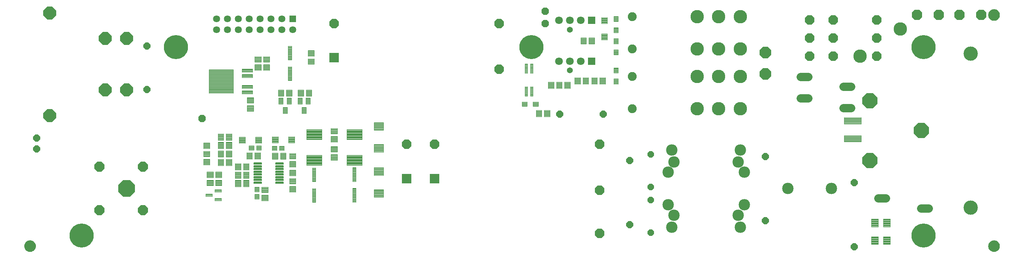
<source format=gts>
G75*
%MOIN*%
%OFA0B0*%
%FSLAX25Y25*%
%IPPOS*%
%LPD*%
%AMOC8*
5,1,8,0,0,1.08239X$1,22.5*
%
%ADD10C,0.00500*%
%ADD11C,0.00448*%
%ADD12C,0.07587*%
%ADD13OC8,0.06500*%
%ADD14OC8,0.10500*%
%ADD15OC8,0.08768*%
%ADD16C,0.12311*%
%ADD17C,0.13098*%
%ADD18OC8,0.13886*%
%ADD19OC8,0.11768*%
%ADD20OC8,0.09100*%
%ADD21OC8,0.15500*%
%ADD22C,0.00444*%
%ADD23C,0.00449*%
%ADD24R,0.07100X0.07100*%
%ADD25C,0.07100*%
%ADD26C,0.05421*%
%ADD27R,0.06406X0.06406*%
%ADD28C,0.06406*%
%ADD29C,0.00486*%
%ADD30OC8,0.06406*%
%ADD31OC8,0.09555*%
%ADD32OC8,0.06996*%
%ADD33C,0.00551*%
%ADD34C,0.00421*%
%ADD35R,0.08768X0.08768*%
%ADD36C,0.00455*%
%ADD37C,0.00443*%
%ADD38C,0.00382*%
%ADD39OC8,0.05900*%
%ADD40C,0.00408*%
%ADD41C,0.08177*%
%ADD42C,0.10500*%
%ADD43C,0.00487*%
%ADD44C,0.00455*%
%ADD45C,0.22154*%
D10*
X0106050Y0066743D02*
X0105550Y0067457D01*
X0105182Y0068247D01*
X0104957Y0069088D01*
X0104881Y0069957D01*
X0104957Y0070825D01*
X0105182Y0071667D01*
X0105550Y0072457D01*
X0106050Y0073171D01*
X0106667Y0073787D01*
X0107381Y0074287D01*
X0108170Y0074655D01*
X0109012Y0074881D01*
X0109881Y0074957D01*
X0110749Y0074881D01*
X0111591Y0074655D01*
X0112381Y0074287D01*
X0113095Y0073787D01*
X0113711Y0073171D01*
X0114211Y0072457D01*
X0114579Y0071667D01*
X0114805Y0070825D01*
X0114881Y0069957D01*
X0114805Y0069088D01*
X0114579Y0068247D01*
X0114211Y0067457D01*
X0113711Y0066743D01*
X0113095Y0066126D01*
X0112381Y0065627D01*
X0111591Y0065258D01*
X0110749Y0065033D01*
X0109881Y0064957D01*
X0109012Y0065033D01*
X0108170Y0065258D01*
X0107381Y0065627D01*
X0106667Y0066126D01*
X0106050Y0066743D01*
X0106173Y0066620D02*
X0113588Y0066620D01*
X0113974Y0067119D02*
X0105787Y0067119D01*
X0105476Y0067617D02*
X0114286Y0067617D01*
X0114518Y0068116D02*
X0105243Y0068116D01*
X0105084Y0068614D02*
X0114678Y0068614D01*
X0114807Y0069113D02*
X0104954Y0069113D01*
X0104911Y0069611D02*
X0114850Y0069611D01*
X0114867Y0070110D02*
X0104894Y0070110D01*
X0104938Y0070608D02*
X0114824Y0070608D01*
X0114729Y0071107D02*
X0105032Y0071107D01*
X0105166Y0071605D02*
X0114595Y0071605D01*
X0114375Y0072104D02*
X0105386Y0072104D01*
X0105653Y0072602D02*
X0114109Y0072602D01*
X0113760Y0073101D02*
X0106002Y0073101D01*
X0106479Y0073600D02*
X0113282Y0073600D01*
X0112650Y0074098D02*
X0107111Y0074098D01*
X0108045Y0074597D02*
X0111716Y0074597D01*
X0113088Y0066122D02*
X0106673Y0066122D01*
X0107387Y0065623D02*
X0112374Y0065623D01*
X0111093Y0065125D02*
X0108668Y0065125D01*
X0990707Y0069957D02*
X0990783Y0070825D01*
X0991009Y0071667D01*
X0991377Y0072457D01*
X0991877Y0073171D01*
X0992493Y0073787D01*
X0993207Y0074287D01*
X0993997Y0074655D01*
X0994839Y0074881D01*
X0995707Y0074957D01*
X0996576Y0074881D01*
X0997417Y0074655D01*
X0998207Y0074287D01*
X0998921Y0073787D01*
X0999538Y0073171D01*
X1000037Y0072457D01*
X1000406Y0071667D01*
X1000631Y0070825D01*
X1000707Y0069957D01*
X1000631Y0069088D01*
X1000406Y0068247D01*
X1000037Y0067457D01*
X0999538Y0066743D01*
X0998921Y0066126D01*
X0998207Y0065627D01*
X0997417Y0065258D01*
X0996576Y0065033D01*
X0995707Y0064957D01*
X0994839Y0065033D01*
X0993997Y0065258D01*
X0993207Y0065627D01*
X0992493Y0066126D01*
X0991877Y0066743D01*
X0991377Y0067457D01*
X0991009Y0068247D01*
X0990783Y0069088D01*
X0990707Y0069957D01*
X0990721Y0070110D02*
X1000694Y0070110D01*
X1000677Y0069611D02*
X0990738Y0069611D01*
X0990781Y0069113D02*
X1000634Y0069113D01*
X1000504Y0068614D02*
X0990910Y0068614D01*
X0991070Y0068116D02*
X1000345Y0068116D01*
X1000112Y0067617D02*
X0991302Y0067617D01*
X0991614Y0067119D02*
X0999801Y0067119D01*
X0999415Y0066620D02*
X0992000Y0066620D01*
X0992500Y0066122D02*
X0998915Y0066122D01*
X0998200Y0065623D02*
X0993214Y0065623D01*
X0994495Y0065125D02*
X0996920Y0065125D01*
X1000650Y0070608D02*
X0990764Y0070608D01*
X0990859Y0071107D02*
X1000556Y0071107D01*
X1000422Y0071605D02*
X0990992Y0071605D01*
X0991213Y0072104D02*
X1000202Y0072104D01*
X0999935Y0072602D02*
X0991479Y0072602D01*
X0991828Y0073101D02*
X0999586Y0073101D01*
X0999109Y0073600D02*
X0992306Y0073600D01*
X0992938Y0074098D02*
X0998477Y0074098D01*
X0997543Y0074597D02*
X0993872Y0074597D01*
X0995707Y0277555D02*
X0994839Y0277631D01*
X0993997Y0277857D01*
X0993207Y0278225D01*
X0992493Y0278725D01*
X0991877Y0279341D01*
X0991377Y0280055D01*
X0991009Y0280845D01*
X0990783Y0281687D01*
X0990707Y0282555D01*
X0990783Y0283423D01*
X0991009Y0284265D01*
X0991377Y0285055D01*
X0991877Y0285769D01*
X0992493Y0286385D01*
X0993207Y0286885D01*
X0993997Y0287254D01*
X0994839Y0287479D01*
X0995707Y0287555D01*
X0996576Y0287479D01*
X0997417Y0287254D01*
X0998207Y0286885D01*
X0998921Y0286385D01*
X0999538Y0285769D01*
X1000037Y0285055D01*
X1000406Y0284265D01*
X1000631Y0283423D01*
X1000707Y0282555D01*
X1000631Y0281687D01*
X1000406Y0280845D01*
X1000037Y0280055D01*
X0999538Y0279341D01*
X0998921Y0278725D01*
X0998207Y0278225D01*
X0997417Y0277857D01*
X0996576Y0277631D01*
X0995707Y0277555D01*
X0993713Y0277989D02*
X0997702Y0277989D01*
X0998582Y0278488D02*
X0992832Y0278488D01*
X0992232Y0278986D02*
X0999183Y0278986D01*
X0999638Y0279485D02*
X0991777Y0279485D01*
X0991428Y0279983D02*
X0999987Y0279983D01*
X1000236Y0280482D02*
X0991178Y0280482D01*
X0990973Y0280980D02*
X1000442Y0280980D01*
X1000576Y0281479D02*
X0990839Y0281479D01*
X0990758Y0281977D02*
X1000657Y0281977D01*
X1000700Y0282476D02*
X0990714Y0282476D01*
X0990744Y0282974D02*
X1000671Y0282974D01*
X1000618Y0283473D02*
X0990797Y0283473D01*
X0990930Y0283971D02*
X1000485Y0283971D01*
X1000310Y0284470D02*
X0991104Y0284470D01*
X0991337Y0284968D02*
X1000078Y0284968D01*
X0999749Y0285467D02*
X0991666Y0285467D01*
X0992073Y0285965D02*
X0999341Y0285965D01*
X0998809Y0286464D02*
X0992606Y0286464D01*
X0993373Y0286962D02*
X0998042Y0286962D01*
X0996644Y0287461D02*
X0994771Y0287461D01*
D11*
X0873720Y0182434D02*
X0857920Y0182434D01*
X0857920Y0188392D01*
X0873720Y0188392D01*
X0873720Y0182434D01*
X0873720Y0182881D02*
X0857920Y0182881D01*
X0857920Y0183328D02*
X0873720Y0183328D01*
X0873720Y0183775D02*
X0857920Y0183775D01*
X0857920Y0184222D02*
X0873720Y0184222D01*
X0873720Y0184669D02*
X0857920Y0184669D01*
X0857920Y0185116D02*
X0873720Y0185116D01*
X0873720Y0185563D02*
X0857920Y0185563D01*
X0857920Y0186010D02*
X0873720Y0186010D01*
X0873720Y0186457D02*
X0857920Y0186457D01*
X0857920Y0186904D02*
X0873720Y0186904D01*
X0873720Y0187351D02*
X0857920Y0187351D01*
X0857920Y0187798D02*
X0873720Y0187798D01*
X0873720Y0188245D02*
X0857920Y0188245D01*
X0857920Y0165899D02*
X0873720Y0165899D01*
X0857920Y0165899D02*
X0857920Y0171857D01*
X0873720Y0171857D01*
X0873720Y0165899D01*
X0873720Y0166346D02*
X0857920Y0166346D01*
X0857920Y0166793D02*
X0873720Y0166793D01*
X0873720Y0167240D02*
X0857920Y0167240D01*
X0857920Y0167687D02*
X0873720Y0167687D01*
X0873720Y0168134D02*
X0857920Y0168134D01*
X0857920Y0168581D02*
X0873720Y0168581D01*
X0873720Y0169028D02*
X0857920Y0169028D01*
X0857920Y0169475D02*
X0873720Y0169475D01*
X0873720Y0169922D02*
X0857920Y0169922D01*
X0857920Y0170369D02*
X0873720Y0170369D01*
X0873720Y0170816D02*
X0857920Y0170816D01*
X0857920Y0171263D02*
X0873720Y0171263D01*
X0873720Y0171710D02*
X0857920Y0171710D01*
D12*
X0857211Y0197118D02*
X0864298Y0197118D01*
X0824928Y0206173D02*
X0817841Y0206173D01*
X0857211Y0216618D02*
X0864298Y0216618D01*
X0824928Y0225673D02*
X0817841Y0225673D01*
X0889091Y0113923D02*
X0896178Y0113923D01*
X0928461Y0104868D02*
X0935548Y0104868D01*
D13*
X0867070Y0128396D03*
X0785570Y0152396D03*
X0660820Y0148646D03*
X0636570Y0191396D03*
X0596570Y0191396D03*
X0785570Y0093396D03*
X0867070Y0069396D03*
X0660820Y0089646D03*
X0217288Y0213927D03*
X0217288Y0253927D03*
D14*
X0785570Y0247988D03*
X0785570Y0228303D03*
D15*
X0826243Y0244860D03*
X0847896Y0244860D03*
X0887820Y0244860D03*
X0887820Y0261396D03*
X0847896Y0261396D03*
X0826243Y0261396D03*
X0826243Y0277931D03*
X0847896Y0277931D03*
X0887820Y0277931D03*
X0540806Y0274882D03*
X0540806Y0232559D03*
X0389231Y0274882D03*
X0455890Y0163632D03*
X0481481Y0163632D03*
X0633056Y0163632D03*
X0633056Y0121309D03*
X0633056Y0081742D03*
D16*
X0722741Y0196264D03*
X0742583Y0196264D03*
X0762426Y0196264D03*
X0762426Y0226028D03*
X0742583Y0226028D03*
X0722741Y0226028D03*
X0722741Y0251264D03*
X0742583Y0251264D03*
X0762426Y0251264D03*
X0762426Y0281028D03*
X0742583Y0281028D03*
X0722741Y0281028D03*
X0872662Y0244860D03*
X0909670Y0269663D03*
D17*
X0974054Y0247122D03*
X0974054Y0105390D03*
D18*
X0881534Y0148697D03*
X0928778Y0176256D03*
X0881534Y0203815D03*
D19*
X0198463Y0213657D03*
X0178778Y0213657D03*
X0127991Y0190035D03*
X0178778Y0260902D03*
X0198463Y0260902D03*
X0127991Y0284524D03*
D20*
X0173424Y0143106D03*
X0213424Y0143106D03*
X0213424Y0103106D03*
X0173424Y0103106D03*
D21*
X0198463Y0123106D03*
D22*
X0320316Y0124435D02*
X0320316Y0120049D01*
X0316324Y0120049D01*
X0316324Y0124435D01*
X0320316Y0124435D01*
X0320316Y0120492D02*
X0316324Y0120492D01*
X0316324Y0120935D02*
X0320316Y0120935D01*
X0320316Y0121378D02*
X0316324Y0121378D01*
X0316324Y0121821D02*
X0320316Y0121821D01*
X0320316Y0122264D02*
X0316324Y0122264D01*
X0316324Y0122707D02*
X0320316Y0122707D01*
X0320316Y0123150D02*
X0316324Y0123150D01*
X0316324Y0123593D02*
X0320316Y0123593D01*
X0320316Y0124036D02*
X0316324Y0124036D01*
X0320316Y0117742D02*
X0320316Y0113356D01*
X0316324Y0113356D01*
X0316324Y0117742D01*
X0320316Y0117742D01*
X0320316Y0113799D02*
X0316324Y0113799D01*
X0316324Y0114242D02*
X0320316Y0114242D01*
X0320316Y0114685D02*
X0316324Y0114685D01*
X0316324Y0115128D02*
X0320316Y0115128D01*
X0320316Y0115571D02*
X0316324Y0115571D01*
X0316324Y0116014D02*
X0320316Y0116014D01*
X0320316Y0116457D02*
X0316324Y0116457D01*
X0316324Y0116900D02*
X0320316Y0116900D01*
X0320316Y0117343D02*
X0316324Y0117343D01*
X0315416Y0162392D02*
X0311030Y0162392D01*
X0315416Y0162392D02*
X0315416Y0158400D01*
X0311030Y0158400D01*
X0311030Y0162392D01*
X0311030Y0158843D02*
X0315416Y0158843D01*
X0315416Y0159286D02*
X0311030Y0159286D01*
X0311030Y0159729D02*
X0315416Y0159729D01*
X0315416Y0160172D02*
X0311030Y0160172D01*
X0311030Y0160615D02*
X0315416Y0160615D01*
X0315416Y0161058D02*
X0311030Y0161058D01*
X0311030Y0161501D02*
X0315416Y0161501D01*
X0315416Y0161944D02*
X0311030Y0161944D01*
X0311030Y0162387D02*
X0315416Y0162387D01*
X0317723Y0162392D02*
X0322109Y0162392D01*
X0322109Y0158400D01*
X0317723Y0158400D01*
X0317723Y0162392D01*
X0317723Y0158843D02*
X0322109Y0158843D01*
X0322109Y0159286D02*
X0317723Y0159286D01*
X0317723Y0159729D02*
X0322109Y0159729D01*
X0322109Y0160172D02*
X0317723Y0160172D01*
X0317723Y0160615D02*
X0322109Y0160615D01*
X0322109Y0161058D02*
X0317723Y0161058D01*
X0317723Y0161501D02*
X0322109Y0161501D01*
X0322109Y0161944D02*
X0317723Y0161944D01*
X0317723Y0162387D02*
X0322109Y0162387D01*
X0332280Y0158150D02*
X0336666Y0158150D01*
X0332280Y0158150D02*
X0332280Y0162142D01*
X0336666Y0162142D01*
X0336666Y0158150D01*
X0336666Y0158593D02*
X0332280Y0158593D01*
X0332280Y0159036D02*
X0336666Y0159036D01*
X0336666Y0159479D02*
X0332280Y0159479D01*
X0332280Y0159922D02*
X0336666Y0159922D01*
X0336666Y0160365D02*
X0332280Y0160365D01*
X0332280Y0160808D02*
X0336666Y0160808D01*
X0336666Y0161251D02*
X0332280Y0161251D01*
X0332280Y0161694D02*
X0336666Y0161694D01*
X0336666Y0162137D02*
X0332280Y0162137D01*
X0338973Y0158150D02*
X0343359Y0158150D01*
X0338973Y0158150D02*
X0338973Y0162142D01*
X0343359Y0162142D01*
X0343359Y0158150D01*
X0343359Y0158593D02*
X0338973Y0158593D01*
X0338973Y0159036D02*
X0343359Y0159036D01*
X0343359Y0159479D02*
X0338973Y0159479D01*
X0338973Y0159922D02*
X0343359Y0159922D01*
X0343359Y0160365D02*
X0338973Y0160365D01*
X0338973Y0160808D02*
X0343359Y0160808D01*
X0343359Y0161251D02*
X0338973Y0161251D01*
X0338973Y0161694D02*
X0343359Y0161694D01*
X0343359Y0162137D02*
X0338973Y0162137D01*
X0342074Y0197599D02*
X0346066Y0197599D01*
X0346066Y0192031D01*
X0342074Y0192031D01*
X0342074Y0197599D01*
X0342074Y0192474D02*
X0346066Y0192474D01*
X0346066Y0192917D02*
X0342074Y0192917D01*
X0342074Y0193360D02*
X0346066Y0193360D01*
X0346066Y0193803D02*
X0342074Y0193803D01*
X0342074Y0194246D02*
X0346066Y0194246D01*
X0346066Y0194689D02*
X0342074Y0194689D01*
X0342074Y0195132D02*
X0346066Y0195132D01*
X0346066Y0195575D02*
X0342074Y0195575D01*
X0342074Y0196018D02*
X0346066Y0196018D01*
X0346066Y0196461D02*
X0342074Y0196461D01*
X0342074Y0196904D02*
X0346066Y0196904D01*
X0346066Y0197347D02*
X0342074Y0197347D01*
X0342325Y0206260D02*
X0338333Y0206260D01*
X0342325Y0206260D02*
X0342325Y0200692D01*
X0338333Y0200692D01*
X0338333Y0206260D01*
X0338333Y0201135D02*
X0342325Y0201135D01*
X0342325Y0201578D02*
X0338333Y0201578D01*
X0338333Y0202021D02*
X0342325Y0202021D01*
X0342325Y0202464D02*
X0338333Y0202464D01*
X0338333Y0202907D02*
X0342325Y0202907D01*
X0342325Y0203350D02*
X0338333Y0203350D01*
X0338333Y0203793D02*
X0342325Y0203793D01*
X0342325Y0204236D02*
X0338333Y0204236D01*
X0338333Y0204679D02*
X0342325Y0204679D01*
X0342325Y0205122D02*
X0338333Y0205122D01*
X0338333Y0205565D02*
X0342325Y0205565D01*
X0342325Y0206008D02*
X0338333Y0206008D01*
X0345814Y0206260D02*
X0349806Y0206260D01*
X0349806Y0200692D01*
X0345814Y0200692D01*
X0345814Y0206260D01*
X0345814Y0201135D02*
X0349806Y0201135D01*
X0349806Y0201578D02*
X0345814Y0201578D01*
X0345814Y0202021D02*
X0349806Y0202021D01*
X0349806Y0202464D02*
X0345814Y0202464D01*
X0345814Y0202907D02*
X0349806Y0202907D01*
X0349806Y0203350D02*
X0345814Y0203350D01*
X0345814Y0203793D02*
X0349806Y0203793D01*
X0349806Y0204236D02*
X0345814Y0204236D01*
X0345814Y0204679D02*
X0349806Y0204679D01*
X0349806Y0205122D02*
X0345814Y0205122D01*
X0345814Y0205565D02*
X0349806Y0205565D01*
X0349806Y0206008D02*
X0345814Y0206008D01*
X0355833Y0206260D02*
X0359825Y0206260D01*
X0359825Y0200692D01*
X0355833Y0200692D01*
X0355833Y0206260D01*
X0355833Y0201135D02*
X0359825Y0201135D01*
X0359825Y0201578D02*
X0355833Y0201578D01*
X0355833Y0202021D02*
X0359825Y0202021D01*
X0359825Y0202464D02*
X0355833Y0202464D01*
X0355833Y0202907D02*
X0359825Y0202907D01*
X0359825Y0203350D02*
X0355833Y0203350D01*
X0355833Y0203793D02*
X0359825Y0203793D01*
X0359825Y0204236D02*
X0355833Y0204236D01*
X0355833Y0204679D02*
X0359825Y0204679D01*
X0359825Y0205122D02*
X0355833Y0205122D01*
X0355833Y0205565D02*
X0359825Y0205565D01*
X0359825Y0206008D02*
X0355833Y0206008D01*
X0363314Y0206260D02*
X0367306Y0206260D01*
X0367306Y0200692D01*
X0363314Y0200692D01*
X0363314Y0206260D01*
X0363314Y0201135D02*
X0367306Y0201135D01*
X0367306Y0201578D02*
X0363314Y0201578D01*
X0363314Y0202021D02*
X0367306Y0202021D01*
X0367306Y0202464D02*
X0363314Y0202464D01*
X0363314Y0202907D02*
X0367306Y0202907D01*
X0367306Y0203350D02*
X0363314Y0203350D01*
X0363314Y0203793D02*
X0367306Y0203793D01*
X0367306Y0204236D02*
X0363314Y0204236D01*
X0363314Y0204679D02*
X0367306Y0204679D01*
X0367306Y0205122D02*
X0363314Y0205122D01*
X0363314Y0205565D02*
X0367306Y0205565D01*
X0367306Y0206008D02*
X0363314Y0206008D01*
X0363566Y0197599D02*
X0359574Y0197599D01*
X0363566Y0197599D02*
X0363566Y0192031D01*
X0359574Y0192031D01*
X0359574Y0197599D01*
X0359574Y0192474D02*
X0363566Y0192474D01*
X0363566Y0192917D02*
X0359574Y0192917D01*
X0359574Y0193360D02*
X0363566Y0193360D01*
X0363566Y0193803D02*
X0359574Y0193803D01*
X0359574Y0194246D02*
X0363566Y0194246D01*
X0363566Y0194689D02*
X0359574Y0194689D01*
X0359574Y0195132D02*
X0363566Y0195132D01*
X0363566Y0195575D02*
X0359574Y0195575D01*
X0359574Y0196018D02*
X0363566Y0196018D01*
X0363566Y0196461D02*
X0359574Y0196461D01*
X0359574Y0196904D02*
X0363566Y0196904D01*
X0363566Y0197347D02*
X0359574Y0197347D01*
X0561811Y0198650D02*
X0566591Y0198650D01*
X0561811Y0198650D02*
X0561811Y0202642D01*
X0566591Y0202642D01*
X0566591Y0198650D01*
X0566591Y0199093D02*
X0561811Y0199093D01*
X0561811Y0199536D02*
X0566591Y0199536D01*
X0566591Y0199979D02*
X0561811Y0199979D01*
X0561811Y0200422D02*
X0566591Y0200422D01*
X0566591Y0200865D02*
X0561811Y0200865D01*
X0561811Y0201308D02*
X0566591Y0201308D01*
X0566591Y0201751D02*
X0561811Y0201751D01*
X0561811Y0202194D02*
X0566591Y0202194D01*
X0566591Y0202637D02*
X0561811Y0202637D01*
X0572048Y0198650D02*
X0576828Y0198650D01*
X0572048Y0198650D02*
X0572048Y0202642D01*
X0576828Y0202642D01*
X0576828Y0198650D01*
X0576828Y0199093D02*
X0572048Y0199093D01*
X0572048Y0199536D02*
X0576828Y0199536D01*
X0576828Y0199979D02*
X0572048Y0199979D01*
X0572048Y0200422D02*
X0576828Y0200422D01*
X0576828Y0200865D02*
X0572048Y0200865D01*
X0572048Y0201308D02*
X0576828Y0201308D01*
X0576828Y0201751D02*
X0572048Y0201751D01*
X0572048Y0202194D02*
X0576828Y0202194D01*
X0576828Y0202637D02*
X0572048Y0202637D01*
X0646074Y0219138D02*
X0646074Y0223918D01*
X0650066Y0223918D01*
X0650066Y0219138D01*
X0646074Y0219138D01*
X0646074Y0219581D02*
X0650066Y0219581D01*
X0650066Y0220024D02*
X0646074Y0220024D01*
X0646074Y0220467D02*
X0650066Y0220467D01*
X0650066Y0220910D02*
X0646074Y0220910D01*
X0646074Y0221353D02*
X0650066Y0221353D01*
X0650066Y0221796D02*
X0646074Y0221796D01*
X0646074Y0222239D02*
X0650066Y0222239D01*
X0650066Y0222682D02*
X0646074Y0222682D01*
X0646074Y0223125D02*
X0650066Y0223125D01*
X0650066Y0223568D02*
X0646074Y0223568D01*
X0646074Y0229374D02*
X0646074Y0234154D01*
X0650066Y0234154D01*
X0650066Y0229374D01*
X0646074Y0229374D01*
X0646074Y0229817D02*
X0650066Y0229817D01*
X0650066Y0230260D02*
X0646074Y0230260D01*
X0646074Y0230703D02*
X0650066Y0230703D01*
X0650066Y0231146D02*
X0646074Y0231146D01*
X0646074Y0231589D02*
X0650066Y0231589D01*
X0650066Y0232032D02*
X0646074Y0232032D01*
X0646074Y0232475D02*
X0650066Y0232475D01*
X0650066Y0232918D02*
X0646074Y0232918D01*
X0646074Y0233361D02*
X0650066Y0233361D01*
X0650066Y0233804D02*
X0646074Y0233804D01*
X0650066Y0245888D02*
X0650066Y0250668D01*
X0650066Y0245888D02*
X0646074Y0245888D01*
X0646074Y0250668D01*
X0650066Y0250668D01*
X0650066Y0246331D02*
X0646074Y0246331D01*
X0646074Y0246774D02*
X0650066Y0246774D01*
X0650066Y0247217D02*
X0646074Y0247217D01*
X0646074Y0247660D02*
X0650066Y0247660D01*
X0650066Y0248103D02*
X0646074Y0248103D01*
X0646074Y0248546D02*
X0650066Y0248546D01*
X0650066Y0248989D02*
X0646074Y0248989D01*
X0646074Y0249432D02*
X0650066Y0249432D01*
X0650066Y0249875D02*
X0646074Y0249875D01*
X0646074Y0250318D02*
X0650066Y0250318D01*
X0650066Y0256124D02*
X0650066Y0260904D01*
X0650066Y0256124D02*
X0646074Y0256124D01*
X0646074Y0260904D01*
X0650066Y0260904D01*
X0650066Y0256567D02*
X0646074Y0256567D01*
X0646074Y0257010D02*
X0650066Y0257010D01*
X0650066Y0257453D02*
X0646074Y0257453D01*
X0646074Y0257896D02*
X0650066Y0257896D01*
X0650066Y0258339D02*
X0646074Y0258339D01*
X0646074Y0258782D02*
X0650066Y0258782D01*
X0650066Y0259225D02*
X0646074Y0259225D01*
X0646074Y0259668D02*
X0650066Y0259668D01*
X0650066Y0260111D02*
X0646074Y0260111D01*
X0646074Y0260554D02*
X0650066Y0260554D01*
X0650066Y0266388D02*
X0650066Y0271168D01*
X0650066Y0266388D02*
X0646074Y0266388D01*
X0646074Y0271168D01*
X0650066Y0271168D01*
X0650066Y0266831D02*
X0646074Y0266831D01*
X0646074Y0267274D02*
X0650066Y0267274D01*
X0650066Y0267717D02*
X0646074Y0267717D01*
X0646074Y0268160D02*
X0650066Y0268160D01*
X0650066Y0268603D02*
X0646074Y0268603D01*
X0646074Y0269046D02*
X0650066Y0269046D01*
X0650066Y0269489D02*
X0646074Y0269489D01*
X0646074Y0269932D02*
X0650066Y0269932D01*
X0650066Y0270375D02*
X0646074Y0270375D01*
X0646074Y0270818D02*
X0650066Y0270818D01*
X0650066Y0276624D02*
X0650066Y0281404D01*
X0650066Y0276624D02*
X0646074Y0276624D01*
X0646074Y0281404D01*
X0650066Y0281404D01*
X0650066Y0277067D02*
X0646074Y0277067D01*
X0646074Y0277510D02*
X0650066Y0277510D01*
X0650066Y0277953D02*
X0646074Y0277953D01*
X0646074Y0278396D02*
X0650066Y0278396D01*
X0650066Y0278839D02*
X0646074Y0278839D01*
X0646074Y0279282D02*
X0650066Y0279282D01*
X0650066Y0279725D02*
X0646074Y0279725D01*
X0646074Y0280168D02*
X0650066Y0280168D01*
X0650066Y0280611D02*
X0646074Y0280611D01*
X0646074Y0281054D02*
X0650066Y0281054D01*
D23*
X0628395Y0255917D02*
X0623225Y0255917D01*
X0623225Y0261875D01*
X0628395Y0261875D01*
X0628395Y0255917D01*
X0628395Y0256365D02*
X0623225Y0256365D01*
X0623225Y0256813D02*
X0628395Y0256813D01*
X0628395Y0257261D02*
X0623225Y0257261D01*
X0623225Y0257709D02*
X0628395Y0257709D01*
X0628395Y0258157D02*
X0623225Y0258157D01*
X0623225Y0258605D02*
X0628395Y0258605D01*
X0628395Y0259053D02*
X0623225Y0259053D01*
X0623225Y0259501D02*
X0628395Y0259501D01*
X0628395Y0259949D02*
X0623225Y0259949D01*
X0623225Y0260397D02*
X0628395Y0260397D01*
X0628395Y0260845D02*
X0623225Y0260845D01*
X0623225Y0261293D02*
X0628395Y0261293D01*
X0628395Y0261741D02*
X0623225Y0261741D01*
X0620914Y0255917D02*
X0615744Y0255917D01*
X0615744Y0261875D01*
X0620914Y0261875D01*
X0620914Y0255917D01*
X0620914Y0256365D02*
X0615744Y0256365D01*
X0615744Y0256813D02*
X0620914Y0256813D01*
X0620914Y0257261D02*
X0615744Y0257261D01*
X0615744Y0257709D02*
X0620914Y0257709D01*
X0620914Y0258157D02*
X0615744Y0258157D01*
X0615744Y0258605D02*
X0620914Y0258605D01*
X0620914Y0259053D02*
X0615744Y0259053D01*
X0615744Y0259501D02*
X0620914Y0259501D01*
X0620914Y0259949D02*
X0615744Y0259949D01*
X0615744Y0260397D02*
X0620914Y0260397D01*
X0620914Y0260845D02*
X0615744Y0260845D01*
X0615744Y0261293D02*
X0620914Y0261293D01*
X0620914Y0261741D02*
X0615744Y0261741D01*
X0615414Y0219167D02*
X0610244Y0219167D01*
X0610244Y0225125D01*
X0615414Y0225125D01*
X0615414Y0219167D01*
X0615414Y0219615D02*
X0610244Y0219615D01*
X0610244Y0220063D02*
X0615414Y0220063D01*
X0615414Y0220511D02*
X0610244Y0220511D01*
X0610244Y0220959D02*
X0615414Y0220959D01*
X0615414Y0221407D02*
X0610244Y0221407D01*
X0610244Y0221855D02*
X0615414Y0221855D01*
X0615414Y0222303D02*
X0610244Y0222303D01*
X0610244Y0222751D02*
X0615414Y0222751D01*
X0615414Y0223199D02*
X0610244Y0223199D01*
X0610244Y0223647D02*
X0615414Y0223647D01*
X0615414Y0224095D02*
X0610244Y0224095D01*
X0610244Y0224543D02*
X0615414Y0224543D01*
X0615414Y0224991D02*
X0610244Y0224991D01*
X0617725Y0219167D02*
X0622895Y0219167D01*
X0617725Y0219167D02*
X0617725Y0225125D01*
X0622895Y0225125D01*
X0622895Y0219167D01*
X0622895Y0219615D02*
X0617725Y0219615D01*
X0617725Y0220063D02*
X0622895Y0220063D01*
X0622895Y0220511D02*
X0617725Y0220511D01*
X0617725Y0220959D02*
X0622895Y0220959D01*
X0622895Y0221407D02*
X0617725Y0221407D01*
X0617725Y0221855D02*
X0622895Y0221855D01*
X0622895Y0222303D02*
X0617725Y0222303D01*
X0617725Y0222751D02*
X0622895Y0222751D01*
X0622895Y0223199D02*
X0617725Y0223199D01*
X0617725Y0223647D02*
X0622895Y0223647D01*
X0622895Y0224095D02*
X0617725Y0224095D01*
X0617725Y0224543D02*
X0622895Y0224543D01*
X0622895Y0224991D02*
X0617725Y0224991D01*
X0625744Y0225125D02*
X0630914Y0225125D01*
X0630914Y0219167D01*
X0625744Y0219167D01*
X0625744Y0225125D01*
X0625744Y0219615D02*
X0630914Y0219615D01*
X0630914Y0220063D02*
X0625744Y0220063D01*
X0625744Y0220511D02*
X0630914Y0220511D01*
X0630914Y0220959D02*
X0625744Y0220959D01*
X0625744Y0221407D02*
X0630914Y0221407D01*
X0630914Y0221855D02*
X0625744Y0221855D01*
X0625744Y0222303D02*
X0630914Y0222303D01*
X0630914Y0222751D02*
X0625744Y0222751D01*
X0625744Y0223199D02*
X0630914Y0223199D01*
X0630914Y0223647D02*
X0625744Y0223647D01*
X0625744Y0224095D02*
X0630914Y0224095D01*
X0630914Y0224543D02*
X0625744Y0224543D01*
X0625744Y0224991D02*
X0630914Y0224991D01*
X0633225Y0225125D02*
X0638395Y0225125D01*
X0638395Y0219167D01*
X0633225Y0219167D01*
X0633225Y0225125D01*
X0633225Y0219615D02*
X0638395Y0219615D01*
X0638395Y0220063D02*
X0633225Y0220063D01*
X0633225Y0220511D02*
X0638395Y0220511D01*
X0638395Y0220959D02*
X0633225Y0220959D01*
X0633225Y0221407D02*
X0638395Y0221407D01*
X0638395Y0221855D02*
X0633225Y0221855D01*
X0633225Y0222303D02*
X0638395Y0222303D01*
X0638395Y0222751D02*
X0633225Y0222751D01*
X0633225Y0223199D02*
X0638395Y0223199D01*
X0638395Y0223647D02*
X0633225Y0223647D01*
X0633225Y0224095D02*
X0638395Y0224095D01*
X0638395Y0224543D02*
X0633225Y0224543D01*
X0633225Y0224991D02*
X0638395Y0224991D01*
X0606135Y0221125D02*
X0600965Y0221125D01*
X0606135Y0221125D02*
X0606135Y0215167D01*
X0600965Y0215167D01*
X0600965Y0221125D01*
X0600965Y0215615D02*
X0606135Y0215615D01*
X0606135Y0216063D02*
X0600965Y0216063D01*
X0600965Y0216511D02*
X0606135Y0216511D01*
X0606135Y0216959D02*
X0600965Y0216959D01*
X0600965Y0217407D02*
X0606135Y0217407D01*
X0606135Y0217855D02*
X0600965Y0217855D01*
X0600965Y0218303D02*
X0606135Y0218303D01*
X0606135Y0218751D02*
X0600965Y0218751D01*
X0600965Y0219199D02*
X0606135Y0219199D01*
X0606135Y0219647D02*
X0600965Y0219647D01*
X0600965Y0220095D02*
X0606135Y0220095D01*
X0606135Y0220543D02*
X0600965Y0220543D01*
X0600965Y0220991D02*
X0606135Y0220991D01*
X0598655Y0221125D02*
X0593485Y0221125D01*
X0598655Y0221125D02*
X0598655Y0215167D01*
X0593485Y0215167D01*
X0593485Y0221125D01*
X0593485Y0215615D02*
X0598655Y0215615D01*
X0598655Y0216063D02*
X0593485Y0216063D01*
X0593485Y0216511D02*
X0598655Y0216511D01*
X0598655Y0216959D02*
X0593485Y0216959D01*
X0593485Y0217407D02*
X0598655Y0217407D01*
X0598655Y0217855D02*
X0593485Y0217855D01*
X0593485Y0218303D02*
X0598655Y0218303D01*
X0598655Y0218751D02*
X0593485Y0218751D01*
X0593485Y0219199D02*
X0598655Y0219199D01*
X0598655Y0219647D02*
X0593485Y0219647D01*
X0593485Y0220095D02*
X0598655Y0220095D01*
X0598655Y0220543D02*
X0593485Y0220543D01*
X0593485Y0220991D02*
X0598655Y0220991D01*
X0591174Y0221125D02*
X0586004Y0221125D01*
X0591174Y0221125D02*
X0591174Y0215167D01*
X0586004Y0215167D01*
X0586004Y0221125D01*
X0586004Y0215615D02*
X0591174Y0215615D01*
X0591174Y0216063D02*
X0586004Y0216063D01*
X0586004Y0216511D02*
X0591174Y0216511D01*
X0591174Y0216959D02*
X0586004Y0216959D01*
X0586004Y0217407D02*
X0591174Y0217407D01*
X0591174Y0217855D02*
X0586004Y0217855D01*
X0586004Y0218303D02*
X0591174Y0218303D01*
X0591174Y0218751D02*
X0586004Y0218751D01*
X0586004Y0219199D02*
X0591174Y0219199D01*
X0591174Y0219647D02*
X0586004Y0219647D01*
X0586004Y0220095D02*
X0591174Y0220095D01*
X0591174Y0220543D02*
X0586004Y0220543D01*
X0586004Y0220991D02*
X0591174Y0220991D01*
X0587395Y0195125D02*
X0582225Y0195125D01*
X0587395Y0195125D02*
X0587395Y0189167D01*
X0582225Y0189167D01*
X0582225Y0195125D01*
X0582225Y0189615D02*
X0587395Y0189615D01*
X0587395Y0190063D02*
X0582225Y0190063D01*
X0582225Y0190511D02*
X0587395Y0190511D01*
X0587395Y0190959D02*
X0582225Y0190959D01*
X0582225Y0191407D02*
X0587395Y0191407D01*
X0587395Y0191855D02*
X0582225Y0191855D01*
X0582225Y0192303D02*
X0587395Y0192303D01*
X0587395Y0192751D02*
X0582225Y0192751D01*
X0582225Y0193199D02*
X0587395Y0193199D01*
X0587395Y0193647D02*
X0582225Y0193647D01*
X0582225Y0194095D02*
X0587395Y0194095D01*
X0587395Y0194543D02*
X0582225Y0194543D01*
X0582225Y0194991D02*
X0587395Y0194991D01*
X0579914Y0195125D02*
X0574744Y0195125D01*
X0579914Y0195125D02*
X0579914Y0189167D01*
X0574744Y0189167D01*
X0574744Y0195125D01*
X0574744Y0189615D02*
X0579914Y0189615D01*
X0579914Y0190063D02*
X0574744Y0190063D01*
X0574744Y0190511D02*
X0579914Y0190511D01*
X0579914Y0190959D02*
X0574744Y0190959D01*
X0574744Y0191407D02*
X0579914Y0191407D01*
X0579914Y0191855D02*
X0574744Y0191855D01*
X0574744Y0192303D02*
X0579914Y0192303D01*
X0579914Y0192751D02*
X0574744Y0192751D01*
X0574744Y0193199D02*
X0579914Y0193199D01*
X0579914Y0193647D02*
X0574744Y0193647D01*
X0574744Y0194095D02*
X0579914Y0194095D01*
X0579914Y0194543D02*
X0574744Y0194543D01*
X0574744Y0194991D02*
X0579914Y0194991D01*
X0386341Y0178471D02*
X0386341Y0173301D01*
X0386341Y0178471D02*
X0392299Y0178471D01*
X0392299Y0173301D01*
X0386341Y0173301D01*
X0386341Y0173749D02*
X0392299Y0173749D01*
X0392299Y0174197D02*
X0386341Y0174197D01*
X0386341Y0174645D02*
X0392299Y0174645D01*
X0392299Y0175093D02*
X0386341Y0175093D01*
X0386341Y0175541D02*
X0392299Y0175541D01*
X0392299Y0175989D02*
X0386341Y0175989D01*
X0386341Y0176437D02*
X0392299Y0176437D01*
X0392299Y0176885D02*
X0386341Y0176885D01*
X0386341Y0177333D02*
X0392299Y0177333D01*
X0392299Y0177781D02*
X0386341Y0177781D01*
X0386341Y0178229D02*
X0392299Y0178229D01*
X0386341Y0170991D02*
X0386341Y0165821D01*
X0386341Y0170991D02*
X0392299Y0170991D01*
X0392299Y0165821D01*
X0386341Y0165821D01*
X0386341Y0166269D02*
X0392299Y0166269D01*
X0392299Y0166717D02*
X0386341Y0166717D01*
X0386341Y0167165D02*
X0392299Y0167165D01*
X0392299Y0167613D02*
X0386341Y0167613D01*
X0386341Y0168061D02*
X0392299Y0168061D01*
X0392299Y0168509D02*
X0386341Y0168509D01*
X0386341Y0168957D02*
X0392299Y0168957D01*
X0392299Y0169405D02*
X0386341Y0169405D01*
X0386341Y0169853D02*
X0392299Y0169853D01*
X0392299Y0170301D02*
X0386341Y0170301D01*
X0386341Y0170749D02*
X0392299Y0170749D01*
X0386341Y0161721D02*
X0386341Y0156551D01*
X0386341Y0161721D02*
X0392299Y0161721D01*
X0392299Y0156551D01*
X0386341Y0156551D01*
X0386341Y0156999D02*
X0392299Y0156999D01*
X0392299Y0157447D02*
X0386341Y0157447D01*
X0386341Y0157895D02*
X0392299Y0157895D01*
X0392299Y0158343D02*
X0386341Y0158343D01*
X0386341Y0158791D02*
X0392299Y0158791D01*
X0392299Y0159239D02*
X0386341Y0159239D01*
X0386341Y0159687D02*
X0392299Y0159687D01*
X0392299Y0160135D02*
X0386341Y0160135D01*
X0386341Y0160583D02*
X0392299Y0160583D01*
X0392299Y0161031D02*
X0386341Y0161031D01*
X0386341Y0161479D02*
X0392299Y0161479D01*
X0386341Y0154241D02*
X0386341Y0149071D01*
X0386341Y0154241D02*
X0392299Y0154241D01*
X0392299Y0149071D01*
X0386341Y0149071D01*
X0386341Y0149519D02*
X0392299Y0149519D01*
X0392299Y0149967D02*
X0386341Y0149967D01*
X0386341Y0150415D02*
X0392299Y0150415D01*
X0392299Y0150863D02*
X0386341Y0150863D01*
X0386341Y0151311D02*
X0392299Y0151311D01*
X0392299Y0151759D02*
X0386341Y0151759D01*
X0386341Y0152207D02*
X0392299Y0152207D01*
X0392299Y0152655D02*
X0386341Y0152655D01*
X0386341Y0153103D02*
X0392299Y0153103D01*
X0392299Y0153551D02*
X0386341Y0153551D01*
X0386341Y0153999D02*
X0392299Y0153999D01*
X0348091Y0155471D02*
X0348091Y0150301D01*
X0348091Y0155471D02*
X0354049Y0155471D01*
X0354049Y0150301D01*
X0348091Y0150301D01*
X0348091Y0150749D02*
X0354049Y0150749D01*
X0354049Y0151197D02*
X0348091Y0151197D01*
X0348091Y0151645D02*
X0354049Y0151645D01*
X0354049Y0152093D02*
X0348091Y0152093D01*
X0348091Y0152541D02*
X0354049Y0152541D01*
X0354049Y0152989D02*
X0348091Y0152989D01*
X0348091Y0153437D02*
X0354049Y0153437D01*
X0354049Y0153885D02*
X0348091Y0153885D01*
X0348091Y0154333D02*
X0354049Y0154333D01*
X0354049Y0154781D02*
X0348091Y0154781D01*
X0348091Y0155229D02*
X0354049Y0155229D01*
X0344895Y0149917D02*
X0339725Y0149917D01*
X0339725Y0155875D01*
X0344895Y0155875D01*
X0344895Y0149917D01*
X0344895Y0150365D02*
X0339725Y0150365D01*
X0339725Y0150813D02*
X0344895Y0150813D01*
X0344895Y0151261D02*
X0339725Y0151261D01*
X0339725Y0151709D02*
X0344895Y0151709D01*
X0344895Y0152157D02*
X0339725Y0152157D01*
X0339725Y0152605D02*
X0344895Y0152605D01*
X0344895Y0153053D02*
X0339725Y0153053D01*
X0339725Y0153501D02*
X0344895Y0153501D01*
X0344895Y0153949D02*
X0339725Y0153949D01*
X0339725Y0154397D02*
X0344895Y0154397D01*
X0344895Y0154845D02*
X0339725Y0154845D01*
X0339725Y0155293D02*
X0344895Y0155293D01*
X0344895Y0155741D02*
X0339725Y0155741D01*
X0337414Y0149917D02*
X0332244Y0149917D01*
X0332244Y0155875D01*
X0337414Y0155875D01*
X0337414Y0149917D01*
X0337414Y0150365D02*
X0332244Y0150365D01*
X0332244Y0150813D02*
X0337414Y0150813D01*
X0337414Y0151261D02*
X0332244Y0151261D01*
X0332244Y0151709D02*
X0337414Y0151709D01*
X0337414Y0152157D02*
X0332244Y0152157D01*
X0332244Y0152605D02*
X0337414Y0152605D01*
X0337414Y0153053D02*
X0332244Y0153053D01*
X0332244Y0153501D02*
X0337414Y0153501D01*
X0337414Y0153949D02*
X0332244Y0153949D01*
X0332244Y0154397D02*
X0337414Y0154397D01*
X0337414Y0154845D02*
X0332244Y0154845D01*
X0332244Y0155293D02*
X0337414Y0155293D01*
X0337414Y0155741D02*
X0332244Y0155741D01*
X0321395Y0156125D02*
X0316225Y0156125D01*
X0321395Y0156125D02*
X0321395Y0150167D01*
X0316225Y0150167D01*
X0316225Y0156125D01*
X0316225Y0150615D02*
X0321395Y0150615D01*
X0321395Y0151063D02*
X0316225Y0151063D01*
X0316225Y0151511D02*
X0321395Y0151511D01*
X0321395Y0151959D02*
X0316225Y0151959D01*
X0316225Y0152407D02*
X0321395Y0152407D01*
X0321395Y0152855D02*
X0316225Y0152855D01*
X0316225Y0153303D02*
X0321395Y0153303D01*
X0321395Y0153751D02*
X0316225Y0153751D01*
X0316225Y0154199D02*
X0321395Y0154199D01*
X0321395Y0154647D02*
X0316225Y0154647D01*
X0316225Y0155095D02*
X0321395Y0155095D01*
X0321395Y0155543D02*
X0316225Y0155543D01*
X0316225Y0155991D02*
X0321395Y0155991D01*
X0313914Y0156125D02*
X0308744Y0156125D01*
X0313914Y0156125D02*
X0313914Y0150167D01*
X0308744Y0150167D01*
X0308744Y0156125D01*
X0308744Y0150615D02*
X0313914Y0150615D01*
X0313914Y0151063D02*
X0308744Y0151063D01*
X0308744Y0151511D02*
X0313914Y0151511D01*
X0313914Y0151959D02*
X0308744Y0151959D01*
X0308744Y0152407D02*
X0313914Y0152407D01*
X0313914Y0152855D02*
X0308744Y0152855D01*
X0308744Y0153303D02*
X0313914Y0153303D01*
X0313914Y0153751D02*
X0308744Y0153751D01*
X0308744Y0154199D02*
X0313914Y0154199D01*
X0313914Y0154647D02*
X0308744Y0154647D01*
X0308744Y0155095D02*
X0313914Y0155095D01*
X0313914Y0155543D02*
X0308744Y0155543D01*
X0308744Y0155991D02*
X0313914Y0155991D01*
X0295145Y0151917D02*
X0289975Y0151917D01*
X0289975Y0157875D01*
X0295145Y0157875D01*
X0295145Y0151917D01*
X0295145Y0152365D02*
X0289975Y0152365D01*
X0289975Y0152813D02*
X0295145Y0152813D01*
X0295145Y0153261D02*
X0289975Y0153261D01*
X0289975Y0153709D02*
X0295145Y0153709D01*
X0295145Y0154157D02*
X0289975Y0154157D01*
X0289975Y0154605D02*
X0295145Y0154605D01*
X0295145Y0155053D02*
X0289975Y0155053D01*
X0289975Y0155501D02*
X0295145Y0155501D01*
X0295145Y0155949D02*
X0289975Y0155949D01*
X0289975Y0156397D02*
X0295145Y0156397D01*
X0295145Y0156845D02*
X0289975Y0156845D01*
X0289975Y0157293D02*
X0295145Y0157293D01*
X0295145Y0157741D02*
X0289975Y0157741D01*
X0287664Y0151917D02*
X0282494Y0151917D01*
X0282494Y0157875D01*
X0287664Y0157875D01*
X0287664Y0151917D01*
X0287664Y0152365D02*
X0282494Y0152365D01*
X0282494Y0152813D02*
X0287664Y0152813D01*
X0287664Y0153261D02*
X0282494Y0153261D01*
X0282494Y0153709D02*
X0287664Y0153709D01*
X0287664Y0154157D02*
X0282494Y0154157D01*
X0282494Y0154605D02*
X0287664Y0154605D01*
X0287664Y0155053D02*
X0282494Y0155053D01*
X0282494Y0155501D02*
X0287664Y0155501D01*
X0287664Y0155949D02*
X0282494Y0155949D01*
X0282494Y0156397D02*
X0287664Y0156397D01*
X0287664Y0156845D02*
X0282494Y0156845D01*
X0282494Y0157293D02*
X0287664Y0157293D01*
X0287664Y0157741D02*
X0282494Y0157741D01*
X0275049Y0157481D02*
X0275049Y0152311D01*
X0269091Y0152311D01*
X0269091Y0157481D01*
X0275049Y0157481D01*
X0275049Y0152759D02*
X0269091Y0152759D01*
X0269091Y0153207D02*
X0275049Y0153207D01*
X0275049Y0153655D02*
X0269091Y0153655D01*
X0269091Y0154103D02*
X0275049Y0154103D01*
X0275049Y0154551D02*
X0269091Y0154551D01*
X0269091Y0154999D02*
X0275049Y0154999D01*
X0275049Y0155447D02*
X0269091Y0155447D01*
X0269091Y0155895D02*
X0275049Y0155895D01*
X0275049Y0156343D02*
X0269091Y0156343D01*
X0269091Y0156791D02*
X0275049Y0156791D01*
X0275049Y0157239D02*
X0269091Y0157239D01*
X0275049Y0159791D02*
X0275049Y0164961D01*
X0275049Y0159791D02*
X0269091Y0159791D01*
X0269091Y0164961D01*
X0275049Y0164961D01*
X0275049Y0160239D02*
X0269091Y0160239D01*
X0269091Y0160687D02*
X0275049Y0160687D01*
X0275049Y0161135D02*
X0269091Y0161135D01*
X0269091Y0161583D02*
X0275049Y0161583D01*
X0275049Y0162031D02*
X0269091Y0162031D01*
X0269091Y0162479D02*
X0275049Y0162479D01*
X0275049Y0162927D02*
X0269091Y0162927D01*
X0269091Y0163375D02*
X0275049Y0163375D01*
X0275049Y0163823D02*
X0269091Y0163823D01*
X0269091Y0164271D02*
X0275049Y0164271D01*
X0275049Y0164719D02*
X0269091Y0164719D01*
X0282494Y0159667D02*
X0287664Y0159667D01*
X0282494Y0159667D02*
X0282494Y0165625D01*
X0287664Y0165625D01*
X0287664Y0159667D01*
X0287664Y0160115D02*
X0282494Y0160115D01*
X0282494Y0160563D02*
X0287664Y0160563D01*
X0287664Y0161011D02*
X0282494Y0161011D01*
X0282494Y0161459D02*
X0287664Y0161459D01*
X0287664Y0161907D02*
X0282494Y0161907D01*
X0282494Y0162355D02*
X0287664Y0162355D01*
X0287664Y0162803D02*
X0282494Y0162803D01*
X0282494Y0163251D02*
X0287664Y0163251D01*
X0287664Y0163699D02*
X0282494Y0163699D01*
X0282494Y0164147D02*
X0287664Y0164147D01*
X0287664Y0164595D02*
X0282494Y0164595D01*
X0282494Y0165043D02*
X0287664Y0165043D01*
X0287664Y0165491D02*
X0282494Y0165491D01*
X0282494Y0173375D02*
X0287664Y0173375D01*
X0287664Y0167417D01*
X0282494Y0167417D01*
X0282494Y0173375D01*
X0282494Y0167865D02*
X0287664Y0167865D01*
X0287664Y0168313D02*
X0282494Y0168313D01*
X0282494Y0168761D02*
X0287664Y0168761D01*
X0287664Y0169209D02*
X0282494Y0169209D01*
X0282494Y0169657D02*
X0287664Y0169657D01*
X0287664Y0170105D02*
X0282494Y0170105D01*
X0282494Y0170553D02*
X0287664Y0170553D01*
X0287664Y0171001D02*
X0282494Y0171001D01*
X0282494Y0171449D02*
X0287664Y0171449D01*
X0287664Y0171897D02*
X0282494Y0171897D01*
X0282494Y0172345D02*
X0287664Y0172345D01*
X0287664Y0172793D02*
X0282494Y0172793D01*
X0282494Y0173241D02*
X0287664Y0173241D01*
X0289975Y0173375D02*
X0295145Y0173375D01*
X0295145Y0167417D01*
X0289975Y0167417D01*
X0289975Y0173375D01*
X0289975Y0167865D02*
X0295145Y0167865D01*
X0295145Y0168313D02*
X0289975Y0168313D01*
X0289975Y0168761D02*
X0295145Y0168761D01*
X0295145Y0169209D02*
X0289975Y0169209D01*
X0289975Y0169657D02*
X0295145Y0169657D01*
X0295145Y0170105D02*
X0289975Y0170105D01*
X0289975Y0170553D02*
X0295145Y0170553D01*
X0295145Y0171001D02*
X0289975Y0171001D01*
X0289975Y0171449D02*
X0295145Y0171449D01*
X0295145Y0171897D02*
X0289975Y0171897D01*
X0289975Y0172345D02*
X0295145Y0172345D01*
X0295145Y0172793D02*
X0289975Y0172793D01*
X0289975Y0173241D02*
X0295145Y0173241D01*
X0295145Y0159667D02*
X0289975Y0159667D01*
X0289975Y0165625D01*
X0295145Y0165625D01*
X0295145Y0159667D01*
X0295145Y0160115D02*
X0289975Y0160115D01*
X0289975Y0160563D02*
X0295145Y0160563D01*
X0295145Y0161011D02*
X0289975Y0161011D01*
X0289975Y0161459D02*
X0295145Y0161459D01*
X0295145Y0161907D02*
X0289975Y0161907D01*
X0289975Y0162355D02*
X0295145Y0162355D01*
X0295145Y0162803D02*
X0289975Y0162803D01*
X0289975Y0163251D02*
X0295145Y0163251D01*
X0295145Y0163699D02*
X0289975Y0163699D01*
X0289975Y0164147D02*
X0295145Y0164147D01*
X0295145Y0164595D02*
X0289975Y0164595D01*
X0289975Y0165043D02*
X0295145Y0165043D01*
X0295145Y0165491D02*
X0289975Y0165491D01*
X0289975Y0150125D02*
X0295145Y0150125D01*
X0295145Y0144167D01*
X0289975Y0144167D01*
X0289975Y0150125D01*
X0289975Y0144615D02*
X0295145Y0144615D01*
X0295145Y0145063D02*
X0289975Y0145063D01*
X0289975Y0145511D02*
X0295145Y0145511D01*
X0295145Y0145959D02*
X0289975Y0145959D01*
X0289975Y0146407D02*
X0295145Y0146407D01*
X0295145Y0146855D02*
X0289975Y0146855D01*
X0289975Y0147303D02*
X0295145Y0147303D01*
X0295145Y0147751D02*
X0289975Y0147751D01*
X0289975Y0148199D02*
X0295145Y0148199D01*
X0295145Y0148647D02*
X0289975Y0148647D01*
X0289975Y0149095D02*
X0295145Y0149095D01*
X0295145Y0149543D02*
X0289975Y0149543D01*
X0289975Y0149991D02*
X0295145Y0149991D01*
X0287664Y0150125D02*
X0282494Y0150125D01*
X0287664Y0150125D02*
X0287664Y0144167D01*
X0282494Y0144167D01*
X0282494Y0150125D01*
X0282494Y0144615D02*
X0287664Y0144615D01*
X0287664Y0145063D02*
X0282494Y0145063D01*
X0282494Y0145511D02*
X0287664Y0145511D01*
X0287664Y0145959D02*
X0282494Y0145959D01*
X0282494Y0146407D02*
X0287664Y0146407D01*
X0287664Y0146855D02*
X0282494Y0146855D01*
X0282494Y0147303D02*
X0287664Y0147303D01*
X0287664Y0147751D02*
X0282494Y0147751D01*
X0282494Y0148199D02*
X0287664Y0148199D01*
X0287664Y0148647D02*
X0282494Y0148647D01*
X0282494Y0149095D02*
X0287664Y0149095D01*
X0287664Y0149543D02*
X0282494Y0149543D01*
X0282494Y0149991D02*
X0287664Y0149991D01*
X0275049Y0150000D02*
X0275049Y0144830D01*
X0269091Y0144830D01*
X0269091Y0150000D01*
X0275049Y0150000D01*
X0275049Y0145278D02*
X0269091Y0145278D01*
X0269091Y0145726D02*
X0275049Y0145726D01*
X0275049Y0146174D02*
X0269091Y0146174D01*
X0269091Y0146622D02*
X0275049Y0146622D01*
X0275049Y0147070D02*
X0269091Y0147070D01*
X0269091Y0147518D02*
X0275049Y0147518D01*
X0275049Y0147966D02*
X0269091Y0147966D01*
X0269091Y0148414D02*
X0275049Y0148414D01*
X0275049Y0148862D02*
X0269091Y0148862D01*
X0269091Y0149310D02*
X0275049Y0149310D01*
X0275049Y0149758D02*
X0269091Y0149758D01*
X0298244Y0146125D02*
X0303414Y0146125D01*
X0303414Y0140167D01*
X0298244Y0140167D01*
X0298244Y0146125D01*
X0298244Y0140615D02*
X0303414Y0140615D01*
X0303414Y0141063D02*
X0298244Y0141063D01*
X0298244Y0141511D02*
X0303414Y0141511D01*
X0303414Y0141959D02*
X0298244Y0141959D01*
X0298244Y0142407D02*
X0303414Y0142407D01*
X0303414Y0142855D02*
X0298244Y0142855D01*
X0298244Y0143303D02*
X0303414Y0143303D01*
X0303414Y0143751D02*
X0298244Y0143751D01*
X0298244Y0144199D02*
X0303414Y0144199D01*
X0303414Y0144647D02*
X0298244Y0144647D01*
X0298244Y0145095D02*
X0303414Y0145095D01*
X0303414Y0145543D02*
X0298244Y0145543D01*
X0298244Y0145991D02*
X0303414Y0145991D01*
X0305725Y0146125D02*
X0310895Y0146125D01*
X0310895Y0140167D01*
X0305725Y0140167D01*
X0305725Y0146125D01*
X0305725Y0140615D02*
X0310895Y0140615D01*
X0310895Y0141063D02*
X0305725Y0141063D01*
X0305725Y0141511D02*
X0310895Y0141511D01*
X0310895Y0141959D02*
X0305725Y0141959D01*
X0305725Y0142407D02*
X0310895Y0142407D01*
X0310895Y0142855D02*
X0305725Y0142855D01*
X0305725Y0143303D02*
X0310895Y0143303D01*
X0310895Y0143751D02*
X0305725Y0143751D01*
X0305725Y0144199D02*
X0310895Y0144199D01*
X0310895Y0144647D02*
X0305725Y0144647D01*
X0305725Y0145095D02*
X0310895Y0145095D01*
X0310895Y0145543D02*
X0305725Y0145543D01*
X0305725Y0145991D02*
X0310895Y0145991D01*
X0310895Y0138375D02*
X0305725Y0138375D01*
X0310895Y0138375D02*
X0310895Y0132417D01*
X0305725Y0132417D01*
X0305725Y0138375D01*
X0305725Y0132865D02*
X0310895Y0132865D01*
X0310895Y0133313D02*
X0305725Y0133313D01*
X0305725Y0133761D02*
X0310895Y0133761D01*
X0310895Y0134209D02*
X0305725Y0134209D01*
X0305725Y0134657D02*
X0310895Y0134657D01*
X0310895Y0135105D02*
X0305725Y0135105D01*
X0305725Y0135553D02*
X0310895Y0135553D01*
X0310895Y0136001D02*
X0305725Y0136001D01*
X0305725Y0136449D02*
X0310895Y0136449D01*
X0310895Y0136897D02*
X0305725Y0136897D01*
X0305725Y0137345D02*
X0310895Y0137345D01*
X0310895Y0137793D02*
X0305725Y0137793D01*
X0305725Y0138241D02*
X0310895Y0138241D01*
X0303414Y0138375D02*
X0298244Y0138375D01*
X0303414Y0138375D02*
X0303414Y0132417D01*
X0298244Y0132417D01*
X0298244Y0138375D01*
X0298244Y0132865D02*
X0303414Y0132865D01*
X0303414Y0133313D02*
X0298244Y0133313D01*
X0298244Y0133761D02*
X0303414Y0133761D01*
X0303414Y0134209D02*
X0298244Y0134209D01*
X0298244Y0134657D02*
X0303414Y0134657D01*
X0303414Y0135105D02*
X0298244Y0135105D01*
X0298244Y0135553D02*
X0303414Y0135553D01*
X0303414Y0136001D02*
X0298244Y0136001D01*
X0298244Y0136449D02*
X0303414Y0136449D01*
X0303414Y0136897D02*
X0298244Y0136897D01*
X0298244Y0137345D02*
X0303414Y0137345D01*
X0303414Y0137793D02*
X0298244Y0137793D01*
X0298244Y0138241D02*
X0303414Y0138241D01*
X0280091Y0138221D02*
X0280091Y0133051D01*
X0280091Y0138221D02*
X0286049Y0138221D01*
X0286049Y0133051D01*
X0280091Y0133051D01*
X0280091Y0133499D02*
X0286049Y0133499D01*
X0286049Y0133947D02*
X0280091Y0133947D01*
X0280091Y0134395D02*
X0286049Y0134395D01*
X0286049Y0134843D02*
X0280091Y0134843D01*
X0280091Y0135291D02*
X0286049Y0135291D01*
X0286049Y0135739D02*
X0280091Y0135739D01*
X0280091Y0136187D02*
X0286049Y0136187D01*
X0286049Y0136635D02*
X0280091Y0136635D01*
X0280091Y0137083D02*
X0286049Y0137083D01*
X0286049Y0137531D02*
X0280091Y0137531D01*
X0280091Y0137979D02*
X0286049Y0137979D01*
X0272341Y0138221D02*
X0272341Y0133051D01*
X0272341Y0138221D02*
X0278299Y0138221D01*
X0278299Y0133051D01*
X0272341Y0133051D01*
X0272341Y0133499D02*
X0278299Y0133499D01*
X0278299Y0133947D02*
X0272341Y0133947D01*
X0272341Y0134395D02*
X0278299Y0134395D01*
X0278299Y0134843D02*
X0272341Y0134843D01*
X0272341Y0135291D02*
X0278299Y0135291D01*
X0278299Y0135739D02*
X0272341Y0135739D01*
X0272341Y0136187D02*
X0278299Y0136187D01*
X0278299Y0136635D02*
X0272341Y0136635D01*
X0272341Y0137083D02*
X0278299Y0137083D01*
X0278299Y0137531D02*
X0272341Y0137531D01*
X0272341Y0137979D02*
X0278299Y0137979D01*
X0272341Y0130741D02*
X0272341Y0125571D01*
X0272341Y0130741D02*
X0278299Y0130741D01*
X0278299Y0125571D01*
X0272341Y0125571D01*
X0272341Y0126019D02*
X0278299Y0126019D01*
X0278299Y0126467D02*
X0272341Y0126467D01*
X0272341Y0126915D02*
X0278299Y0126915D01*
X0278299Y0127363D02*
X0272341Y0127363D01*
X0272341Y0127811D02*
X0278299Y0127811D01*
X0278299Y0128259D02*
X0272341Y0128259D01*
X0272341Y0128707D02*
X0278299Y0128707D01*
X0278299Y0129155D02*
X0272341Y0129155D01*
X0272341Y0129603D02*
X0278299Y0129603D01*
X0278299Y0130051D02*
X0272341Y0130051D01*
X0272341Y0130499D02*
X0278299Y0130499D01*
X0280091Y0130741D02*
X0280091Y0125571D01*
X0280091Y0130741D02*
X0286049Y0130741D01*
X0286049Y0125571D01*
X0280091Y0125571D01*
X0280091Y0126019D02*
X0286049Y0126019D01*
X0286049Y0126467D02*
X0280091Y0126467D01*
X0280091Y0126915D02*
X0286049Y0126915D01*
X0286049Y0127363D02*
X0280091Y0127363D01*
X0280091Y0127811D02*
X0286049Y0127811D01*
X0286049Y0128259D02*
X0280091Y0128259D01*
X0280091Y0128707D02*
X0286049Y0128707D01*
X0286049Y0129155D02*
X0280091Y0129155D01*
X0280091Y0129603D02*
X0286049Y0129603D01*
X0286049Y0130051D02*
X0280091Y0130051D01*
X0280091Y0130499D02*
X0286049Y0130499D01*
X0298244Y0130625D02*
X0303414Y0130625D01*
X0303414Y0124667D01*
X0298244Y0124667D01*
X0298244Y0130625D01*
X0298244Y0125115D02*
X0303414Y0125115D01*
X0303414Y0125563D02*
X0298244Y0125563D01*
X0298244Y0126011D02*
X0303414Y0126011D01*
X0303414Y0126459D02*
X0298244Y0126459D01*
X0298244Y0126907D02*
X0303414Y0126907D01*
X0303414Y0127355D02*
X0298244Y0127355D01*
X0298244Y0127803D02*
X0303414Y0127803D01*
X0303414Y0128251D02*
X0298244Y0128251D01*
X0298244Y0128699D02*
X0303414Y0128699D01*
X0303414Y0129147D02*
X0298244Y0129147D01*
X0298244Y0129595D02*
X0303414Y0129595D01*
X0303414Y0130043D02*
X0298244Y0130043D01*
X0298244Y0130491D02*
X0303414Y0130491D01*
X0305725Y0130625D02*
X0310895Y0130625D01*
X0310895Y0124667D01*
X0305725Y0124667D01*
X0305725Y0130625D01*
X0305725Y0125115D02*
X0310895Y0125115D01*
X0310895Y0125563D02*
X0305725Y0125563D01*
X0305725Y0126011D02*
X0310895Y0126011D01*
X0310895Y0126459D02*
X0305725Y0126459D01*
X0305725Y0126907D02*
X0310895Y0126907D01*
X0310895Y0127355D02*
X0305725Y0127355D01*
X0305725Y0127803D02*
X0310895Y0127803D01*
X0310895Y0128251D02*
X0305725Y0128251D01*
X0305725Y0128699D02*
X0310895Y0128699D01*
X0310895Y0129147D02*
X0305725Y0129147D01*
X0305725Y0129595D02*
X0310895Y0129595D01*
X0310895Y0130043D02*
X0305725Y0130043D01*
X0305725Y0130491D02*
X0310895Y0130491D01*
X0328549Y0124471D02*
X0328549Y0119301D01*
X0322591Y0119301D01*
X0322591Y0124471D01*
X0328549Y0124471D01*
X0328549Y0119749D02*
X0322591Y0119749D01*
X0322591Y0120197D02*
X0328549Y0120197D01*
X0328549Y0120645D02*
X0322591Y0120645D01*
X0322591Y0121093D02*
X0328549Y0121093D01*
X0328549Y0121541D02*
X0322591Y0121541D01*
X0322591Y0121989D02*
X0328549Y0121989D01*
X0328549Y0122437D02*
X0322591Y0122437D01*
X0322591Y0122885D02*
X0328549Y0122885D01*
X0328549Y0123333D02*
X0322591Y0123333D01*
X0322591Y0123781D02*
X0328549Y0123781D01*
X0328549Y0124229D02*
X0322591Y0124229D01*
X0354049Y0125000D02*
X0354049Y0119830D01*
X0348091Y0119830D01*
X0348091Y0125000D01*
X0354049Y0125000D01*
X0354049Y0120278D02*
X0348091Y0120278D01*
X0348091Y0120726D02*
X0354049Y0120726D01*
X0354049Y0121174D02*
X0348091Y0121174D01*
X0348091Y0121622D02*
X0354049Y0121622D01*
X0354049Y0122070D02*
X0348091Y0122070D01*
X0348091Y0122518D02*
X0354049Y0122518D01*
X0354049Y0122966D02*
X0348091Y0122966D01*
X0348091Y0123414D02*
X0354049Y0123414D01*
X0354049Y0123862D02*
X0348091Y0123862D01*
X0348091Y0124310D02*
X0354049Y0124310D01*
X0354049Y0124758D02*
X0348091Y0124758D01*
X0354049Y0127311D02*
X0354049Y0132481D01*
X0354049Y0127311D02*
X0348091Y0127311D01*
X0348091Y0132481D01*
X0354049Y0132481D01*
X0354049Y0127759D02*
X0348091Y0127759D01*
X0348091Y0128207D02*
X0354049Y0128207D01*
X0354049Y0128655D02*
X0348091Y0128655D01*
X0348091Y0129103D02*
X0354049Y0129103D01*
X0354049Y0129551D02*
X0348091Y0129551D01*
X0348091Y0129999D02*
X0354049Y0129999D01*
X0354049Y0130447D02*
X0348091Y0130447D01*
X0348091Y0130895D02*
X0354049Y0130895D01*
X0354049Y0131343D02*
X0348091Y0131343D01*
X0348091Y0131791D02*
X0354049Y0131791D01*
X0354049Y0132239D02*
X0348091Y0132239D01*
X0354049Y0134791D02*
X0354049Y0139961D01*
X0354049Y0134791D02*
X0348091Y0134791D01*
X0348091Y0139961D01*
X0354049Y0139961D01*
X0354049Y0135239D02*
X0348091Y0135239D01*
X0348091Y0135687D02*
X0354049Y0135687D01*
X0354049Y0136135D02*
X0348091Y0136135D01*
X0348091Y0136583D02*
X0354049Y0136583D01*
X0354049Y0137031D02*
X0348091Y0137031D01*
X0348091Y0137479D02*
X0354049Y0137479D01*
X0354049Y0137927D02*
X0348091Y0137927D01*
X0348091Y0138375D02*
X0354049Y0138375D01*
X0354049Y0138823D02*
X0348091Y0138823D01*
X0348091Y0139271D02*
X0354049Y0139271D01*
X0354049Y0139719D02*
X0348091Y0139719D01*
X0348091Y0142821D02*
X0348091Y0147991D01*
X0354049Y0147991D01*
X0354049Y0142821D01*
X0348091Y0142821D01*
X0348091Y0143269D02*
X0354049Y0143269D01*
X0354049Y0143717D02*
X0348091Y0143717D01*
X0348091Y0144165D02*
X0354049Y0144165D01*
X0354049Y0144613D02*
X0348091Y0144613D01*
X0348091Y0145061D02*
X0354049Y0145061D01*
X0354049Y0145509D02*
X0348091Y0145509D01*
X0348091Y0145957D02*
X0354049Y0145957D01*
X0354049Y0146405D02*
X0348091Y0146405D01*
X0348091Y0146853D02*
X0354049Y0146853D01*
X0354049Y0147301D02*
X0348091Y0147301D01*
X0348091Y0147749D02*
X0354049Y0147749D01*
X0328549Y0116991D02*
X0328549Y0111821D01*
X0322591Y0111821D01*
X0322591Y0116991D01*
X0328549Y0116991D01*
X0328549Y0112269D02*
X0322591Y0112269D01*
X0322591Y0112717D02*
X0328549Y0112717D01*
X0328549Y0113165D02*
X0322591Y0113165D01*
X0322591Y0113613D02*
X0328549Y0113613D01*
X0328549Y0114061D02*
X0322591Y0114061D01*
X0322591Y0114509D02*
X0328549Y0114509D01*
X0328549Y0114957D02*
X0322591Y0114957D01*
X0322591Y0115405D02*
X0328549Y0115405D01*
X0328549Y0115853D02*
X0322591Y0115853D01*
X0322591Y0116301D02*
X0328549Y0116301D01*
X0328549Y0116749D02*
X0322591Y0116749D01*
X0309341Y0194071D02*
X0309341Y0199241D01*
X0315299Y0199241D01*
X0315299Y0194071D01*
X0309341Y0194071D01*
X0309341Y0194519D02*
X0315299Y0194519D01*
X0315299Y0194967D02*
X0309341Y0194967D01*
X0309341Y0195415D02*
X0315299Y0195415D01*
X0315299Y0195863D02*
X0309341Y0195863D01*
X0309341Y0196311D02*
X0315299Y0196311D01*
X0315299Y0196759D02*
X0309341Y0196759D01*
X0309341Y0197207D02*
X0315299Y0197207D01*
X0315299Y0197655D02*
X0309341Y0197655D01*
X0309341Y0198103D02*
X0315299Y0198103D01*
X0315299Y0198551D02*
X0309341Y0198551D01*
X0309341Y0198999D02*
X0315299Y0198999D01*
X0309341Y0201551D02*
X0309341Y0206721D01*
X0315299Y0206721D01*
X0315299Y0201551D01*
X0309341Y0201551D01*
X0309341Y0201999D02*
X0315299Y0201999D01*
X0315299Y0202447D02*
X0309341Y0202447D01*
X0309341Y0202895D02*
X0315299Y0202895D01*
X0315299Y0203343D02*
X0309341Y0203343D01*
X0309341Y0203791D02*
X0315299Y0203791D01*
X0315299Y0204239D02*
X0309341Y0204239D01*
X0309341Y0204687D02*
X0315299Y0204687D01*
X0315299Y0205135D02*
X0309341Y0205135D01*
X0309341Y0205583D02*
X0315299Y0205583D01*
X0315299Y0206031D02*
X0309341Y0206031D01*
X0309341Y0206479D02*
X0315299Y0206479D01*
X0337744Y0213875D02*
X0342914Y0213875D01*
X0342914Y0207917D01*
X0337744Y0207917D01*
X0337744Y0213875D01*
X0337744Y0208365D02*
X0342914Y0208365D01*
X0342914Y0208813D02*
X0337744Y0208813D01*
X0337744Y0209261D02*
X0342914Y0209261D01*
X0342914Y0209709D02*
X0337744Y0209709D01*
X0337744Y0210157D02*
X0342914Y0210157D01*
X0342914Y0210605D02*
X0337744Y0210605D01*
X0337744Y0211053D02*
X0342914Y0211053D01*
X0342914Y0211501D02*
X0337744Y0211501D01*
X0337744Y0211949D02*
X0342914Y0211949D01*
X0342914Y0212397D02*
X0337744Y0212397D01*
X0337744Y0212845D02*
X0342914Y0212845D01*
X0342914Y0213293D02*
X0337744Y0213293D01*
X0337744Y0213741D02*
X0342914Y0213741D01*
X0345225Y0213875D02*
X0350395Y0213875D01*
X0350395Y0207917D01*
X0345225Y0207917D01*
X0345225Y0213875D01*
X0345225Y0208365D02*
X0350395Y0208365D01*
X0350395Y0208813D02*
X0345225Y0208813D01*
X0345225Y0209261D02*
X0350395Y0209261D01*
X0350395Y0209709D02*
X0345225Y0209709D01*
X0345225Y0210157D02*
X0350395Y0210157D01*
X0350395Y0210605D02*
X0345225Y0210605D01*
X0345225Y0211053D02*
X0350395Y0211053D01*
X0350395Y0211501D02*
X0345225Y0211501D01*
X0345225Y0211949D02*
X0350395Y0211949D01*
X0350395Y0212397D02*
X0345225Y0212397D01*
X0345225Y0212845D02*
X0350395Y0212845D01*
X0350395Y0213293D02*
X0345225Y0213293D01*
X0345225Y0213741D02*
X0350395Y0213741D01*
X0355994Y0213875D02*
X0361164Y0213875D01*
X0361164Y0207917D01*
X0355994Y0207917D01*
X0355994Y0213875D01*
X0355994Y0208365D02*
X0361164Y0208365D01*
X0361164Y0208813D02*
X0355994Y0208813D01*
X0355994Y0209261D02*
X0361164Y0209261D01*
X0361164Y0209709D02*
X0355994Y0209709D01*
X0355994Y0210157D02*
X0361164Y0210157D01*
X0361164Y0210605D02*
X0355994Y0210605D01*
X0355994Y0211053D02*
X0361164Y0211053D01*
X0361164Y0211501D02*
X0355994Y0211501D01*
X0355994Y0211949D02*
X0361164Y0211949D01*
X0361164Y0212397D02*
X0355994Y0212397D01*
X0355994Y0212845D02*
X0361164Y0212845D01*
X0361164Y0213293D02*
X0355994Y0213293D01*
X0355994Y0213741D02*
X0361164Y0213741D01*
X0363475Y0213875D02*
X0368645Y0213875D01*
X0368645Y0207917D01*
X0363475Y0207917D01*
X0363475Y0213875D01*
X0363475Y0208365D02*
X0368645Y0208365D01*
X0368645Y0208813D02*
X0363475Y0208813D01*
X0363475Y0209261D02*
X0368645Y0209261D01*
X0368645Y0209709D02*
X0363475Y0209709D01*
X0363475Y0210157D02*
X0368645Y0210157D01*
X0368645Y0210605D02*
X0363475Y0210605D01*
X0363475Y0211053D02*
X0368645Y0211053D01*
X0368645Y0211501D02*
X0363475Y0211501D01*
X0363475Y0211949D02*
X0368645Y0211949D01*
X0368645Y0212397D02*
X0363475Y0212397D01*
X0363475Y0212845D02*
X0368645Y0212845D01*
X0368645Y0213293D02*
X0363475Y0213293D01*
X0363475Y0213741D02*
X0368645Y0213741D01*
X0330049Y0231821D02*
X0330049Y0236991D01*
X0330049Y0231821D02*
X0324091Y0231821D01*
X0324091Y0236991D01*
X0330049Y0236991D01*
X0330049Y0232269D02*
X0324091Y0232269D01*
X0324091Y0232717D02*
X0330049Y0232717D01*
X0330049Y0233165D02*
X0324091Y0233165D01*
X0324091Y0233613D02*
X0330049Y0233613D01*
X0330049Y0234061D02*
X0324091Y0234061D01*
X0324091Y0234509D02*
X0330049Y0234509D01*
X0330049Y0234957D02*
X0324091Y0234957D01*
X0324091Y0235405D02*
X0330049Y0235405D01*
X0330049Y0235853D02*
X0324091Y0235853D01*
X0324091Y0236301D02*
X0330049Y0236301D01*
X0330049Y0236749D02*
X0324091Y0236749D01*
X0322299Y0236991D02*
X0322299Y0231821D01*
X0316341Y0231821D01*
X0316341Y0236991D01*
X0322299Y0236991D01*
X0322299Y0232269D02*
X0316341Y0232269D01*
X0316341Y0232717D02*
X0322299Y0232717D01*
X0322299Y0233165D02*
X0316341Y0233165D01*
X0316341Y0233613D02*
X0322299Y0233613D01*
X0322299Y0234061D02*
X0316341Y0234061D01*
X0316341Y0234509D02*
X0322299Y0234509D01*
X0322299Y0234957D02*
X0316341Y0234957D01*
X0316341Y0235405D02*
X0322299Y0235405D01*
X0322299Y0235853D02*
X0316341Y0235853D01*
X0316341Y0236301D02*
X0322299Y0236301D01*
X0322299Y0236749D02*
X0316341Y0236749D01*
X0322299Y0239301D02*
X0322299Y0244471D01*
X0322299Y0239301D02*
X0316341Y0239301D01*
X0316341Y0244471D01*
X0322299Y0244471D01*
X0322299Y0239749D02*
X0316341Y0239749D01*
X0316341Y0240197D02*
X0322299Y0240197D01*
X0322299Y0240645D02*
X0316341Y0240645D01*
X0316341Y0241093D02*
X0322299Y0241093D01*
X0322299Y0241541D02*
X0316341Y0241541D01*
X0316341Y0241989D02*
X0322299Y0241989D01*
X0322299Y0242437D02*
X0316341Y0242437D01*
X0316341Y0242885D02*
X0322299Y0242885D01*
X0322299Y0243333D02*
X0316341Y0243333D01*
X0316341Y0243781D02*
X0322299Y0243781D01*
X0322299Y0244229D02*
X0316341Y0244229D01*
X0330049Y0244471D02*
X0330049Y0239301D01*
X0324091Y0239301D01*
X0324091Y0244471D01*
X0330049Y0244471D01*
X0330049Y0239749D02*
X0324091Y0239749D01*
X0324091Y0240197D02*
X0330049Y0240197D01*
X0330049Y0240645D02*
X0324091Y0240645D01*
X0324091Y0241093D02*
X0330049Y0241093D01*
X0330049Y0241541D02*
X0324091Y0241541D01*
X0324091Y0241989D02*
X0330049Y0241989D01*
X0330049Y0242437D02*
X0324091Y0242437D01*
X0324091Y0242885D02*
X0330049Y0242885D01*
X0330049Y0243333D02*
X0324091Y0243333D01*
X0324091Y0243781D02*
X0330049Y0243781D01*
X0330049Y0244229D02*
X0324091Y0244229D01*
X0371049Y0244801D02*
X0371049Y0249971D01*
X0371049Y0244801D02*
X0365091Y0244801D01*
X0365091Y0249971D01*
X0371049Y0249971D01*
X0371049Y0245249D02*
X0365091Y0245249D01*
X0365091Y0245697D02*
X0371049Y0245697D01*
X0371049Y0246145D02*
X0365091Y0246145D01*
X0365091Y0246593D02*
X0371049Y0246593D01*
X0371049Y0247041D02*
X0365091Y0247041D01*
X0365091Y0247489D02*
X0371049Y0247489D01*
X0371049Y0247937D02*
X0365091Y0247937D01*
X0365091Y0248385D02*
X0371049Y0248385D01*
X0371049Y0248833D02*
X0365091Y0248833D01*
X0365091Y0249281D02*
X0371049Y0249281D01*
X0371049Y0249729D02*
X0365091Y0249729D01*
X0371049Y0242491D02*
X0371049Y0237321D01*
X0365091Y0237321D01*
X0365091Y0242491D01*
X0371049Y0242491D01*
X0371049Y0237769D02*
X0365091Y0237769D01*
X0365091Y0238217D02*
X0371049Y0238217D01*
X0371049Y0238665D02*
X0365091Y0238665D01*
X0365091Y0239113D02*
X0371049Y0239113D01*
X0371049Y0239561D02*
X0365091Y0239561D01*
X0365091Y0240009D02*
X0371049Y0240009D01*
X0371049Y0240457D02*
X0365091Y0240457D01*
X0365091Y0240905D02*
X0371049Y0240905D01*
X0371049Y0241353D02*
X0365091Y0241353D01*
X0365091Y0241801D02*
X0371049Y0241801D01*
X0371049Y0242249D02*
X0365091Y0242249D01*
D24*
X0625820Y0240146D03*
X0625820Y0277646D03*
D25*
X0615820Y0277646D03*
X0605820Y0277646D03*
X0595820Y0277646D03*
X0595820Y0240146D03*
X0605820Y0240146D03*
X0615820Y0240146D03*
D26*
X0605820Y0231642D03*
X0605820Y0269142D03*
D27*
X0351070Y0279146D03*
D28*
X0341070Y0279146D03*
X0331070Y0279146D03*
X0321070Y0279146D03*
X0311070Y0279146D03*
X0301070Y0279146D03*
X0291070Y0279146D03*
X0281070Y0279146D03*
X0281070Y0269146D03*
X0291070Y0269146D03*
X0301070Y0269146D03*
X0311070Y0269146D03*
X0321070Y0269146D03*
X0331070Y0269146D03*
X0341070Y0269146D03*
X0351070Y0269146D03*
D29*
X0285577Y0122003D02*
X0279563Y0122003D01*
X0285577Y0122003D02*
X0285577Y0119789D01*
X0279563Y0119789D01*
X0279563Y0122003D01*
X0279563Y0120274D02*
X0285577Y0120274D01*
X0285577Y0120759D02*
X0279563Y0120759D01*
X0279563Y0121244D02*
X0285577Y0121244D01*
X0285577Y0121729D02*
X0279563Y0121729D01*
X0277077Y0118003D02*
X0271063Y0118003D01*
X0277077Y0118003D02*
X0277077Y0115789D01*
X0271063Y0115789D01*
X0271063Y0118003D01*
X0271063Y0116274D02*
X0277077Y0116274D01*
X0277077Y0116759D02*
X0271063Y0116759D01*
X0271063Y0117244D02*
X0277077Y0117244D01*
X0277077Y0117729D02*
X0271063Y0117729D01*
X0279563Y0114003D02*
X0285577Y0114003D01*
X0285577Y0111789D01*
X0279563Y0111789D01*
X0279563Y0114003D01*
X0279563Y0112274D02*
X0285577Y0112274D01*
X0285577Y0112759D02*
X0279563Y0112759D01*
X0279563Y0113244D02*
X0285577Y0113244D01*
X0285577Y0113729D02*
X0279563Y0113729D01*
D30*
X0115786Y0159445D03*
X0115786Y0169445D03*
D31*
X0924820Y0282646D03*
X0944820Y0282646D03*
X0963820Y0282646D03*
X0983820Y0282646D03*
D32*
X0583320Y0274646D03*
X0583070Y0286146D03*
X0267820Y0187396D03*
D33*
X0315495Y0146571D02*
X0322545Y0146571D01*
X0322545Y0145221D01*
X0315495Y0145221D01*
X0315495Y0146571D01*
X0315495Y0145771D02*
X0322545Y0145771D01*
X0322545Y0146321D02*
X0315495Y0146321D01*
X0315495Y0144071D02*
X0322545Y0144071D01*
X0322545Y0142721D01*
X0315495Y0142721D01*
X0315495Y0144071D01*
X0315495Y0143271D02*
X0322545Y0143271D01*
X0322545Y0143821D02*
X0315495Y0143821D01*
X0315495Y0141571D02*
X0322545Y0141571D01*
X0322545Y0140221D01*
X0315495Y0140221D01*
X0315495Y0141571D01*
X0315495Y0140771D02*
X0322545Y0140771D01*
X0322545Y0141321D02*
X0315495Y0141321D01*
X0315495Y0139071D02*
X0322545Y0139071D01*
X0322545Y0137721D01*
X0315495Y0137721D01*
X0315495Y0139071D01*
X0315495Y0138271D02*
X0322545Y0138271D01*
X0322545Y0138821D02*
X0315495Y0138821D01*
X0315495Y0136571D02*
X0322545Y0136571D01*
X0322545Y0135221D01*
X0315495Y0135221D01*
X0315495Y0136571D01*
X0315495Y0135771D02*
X0322545Y0135771D01*
X0322545Y0136321D02*
X0315495Y0136321D01*
X0315495Y0134071D02*
X0322545Y0134071D01*
X0322545Y0132721D01*
X0315495Y0132721D01*
X0315495Y0134071D01*
X0315495Y0133271D02*
X0322545Y0133271D01*
X0322545Y0133821D02*
X0315495Y0133821D01*
X0315495Y0131571D02*
X0322545Y0131571D01*
X0322545Y0130221D01*
X0315495Y0130221D01*
X0315495Y0131571D01*
X0315495Y0130771D02*
X0322545Y0130771D01*
X0322545Y0131321D02*
X0315495Y0131321D01*
X0315495Y0129071D02*
X0322545Y0129071D01*
X0322545Y0127721D01*
X0315495Y0127721D01*
X0315495Y0129071D01*
X0315495Y0128271D02*
X0322545Y0128271D01*
X0322545Y0128821D02*
X0315495Y0128821D01*
X0335595Y0129071D02*
X0342645Y0129071D01*
X0342645Y0127721D01*
X0335595Y0127721D01*
X0335595Y0129071D01*
X0335595Y0128271D02*
X0342645Y0128271D01*
X0342645Y0128821D02*
X0335595Y0128821D01*
X0335595Y0131571D02*
X0342645Y0131571D01*
X0342645Y0130221D01*
X0335595Y0130221D01*
X0335595Y0131571D01*
X0335595Y0130771D02*
X0342645Y0130771D01*
X0342645Y0131321D02*
X0335595Y0131321D01*
X0335595Y0134071D02*
X0342645Y0134071D01*
X0342645Y0132721D01*
X0335595Y0132721D01*
X0335595Y0134071D01*
X0335595Y0133271D02*
X0342645Y0133271D01*
X0342645Y0133821D02*
X0335595Y0133821D01*
X0335595Y0136571D02*
X0342645Y0136571D01*
X0342645Y0135221D01*
X0335595Y0135221D01*
X0335595Y0136571D01*
X0335595Y0135771D02*
X0342645Y0135771D01*
X0342645Y0136321D02*
X0335595Y0136321D01*
X0335595Y0139071D02*
X0342645Y0139071D01*
X0342645Y0137721D01*
X0335595Y0137721D01*
X0335595Y0139071D01*
X0335595Y0138271D02*
X0342645Y0138271D01*
X0342645Y0138821D02*
X0335595Y0138821D01*
X0335595Y0141571D02*
X0342645Y0141571D01*
X0342645Y0140221D01*
X0335595Y0140221D01*
X0335595Y0141571D01*
X0335595Y0140771D02*
X0342645Y0140771D01*
X0342645Y0141321D02*
X0335595Y0141321D01*
X0335595Y0144071D02*
X0342645Y0144071D01*
X0342645Y0142721D01*
X0335595Y0142721D01*
X0335595Y0144071D01*
X0335595Y0143271D02*
X0342645Y0143271D01*
X0342645Y0143821D02*
X0335595Y0143821D01*
X0335595Y0146571D02*
X0342645Y0146571D01*
X0342645Y0145221D01*
X0335595Y0145221D01*
X0335595Y0146571D01*
X0335595Y0145771D02*
X0342645Y0145771D01*
X0342645Y0146321D02*
X0335595Y0146321D01*
D34*
X0337885Y0170692D02*
X0332293Y0170692D01*
X0337885Y0170692D02*
X0337885Y0165100D01*
X0332293Y0165100D01*
X0332293Y0170692D01*
X0332293Y0165520D02*
X0337885Y0165520D01*
X0337885Y0165940D02*
X0332293Y0165940D01*
X0332293Y0166360D02*
X0337885Y0166360D01*
X0337885Y0166780D02*
X0332293Y0166780D01*
X0332293Y0167200D02*
X0337885Y0167200D01*
X0337885Y0167620D02*
X0332293Y0167620D01*
X0332293Y0168040D02*
X0337885Y0168040D01*
X0337885Y0168460D02*
X0332293Y0168460D01*
X0332293Y0168880D02*
X0337885Y0168880D01*
X0337885Y0169300D02*
X0332293Y0169300D01*
X0332293Y0169720D02*
X0337885Y0169720D01*
X0337885Y0170140D02*
X0332293Y0170140D01*
X0332293Y0170560D02*
X0337885Y0170560D01*
X0347254Y0170692D02*
X0352846Y0170692D01*
X0352846Y0165100D01*
X0347254Y0165100D01*
X0347254Y0170692D01*
X0347254Y0165520D02*
X0352846Y0165520D01*
X0352846Y0165940D02*
X0347254Y0165940D01*
X0347254Y0166360D02*
X0352846Y0166360D01*
X0352846Y0166780D02*
X0347254Y0166780D01*
X0347254Y0167200D02*
X0352846Y0167200D01*
X0352846Y0167620D02*
X0347254Y0167620D01*
X0347254Y0168040D02*
X0352846Y0168040D01*
X0352846Y0168460D02*
X0347254Y0168460D01*
X0347254Y0168880D02*
X0352846Y0168880D01*
X0352846Y0169300D02*
X0347254Y0169300D01*
X0347254Y0169720D02*
X0352846Y0169720D01*
X0352846Y0170140D02*
X0347254Y0170140D01*
X0347254Y0170560D02*
X0352846Y0170560D01*
X0322596Y0164850D02*
X0317004Y0164850D01*
X0317004Y0170442D01*
X0322596Y0170442D01*
X0322596Y0164850D01*
X0322596Y0165270D02*
X0317004Y0165270D01*
X0317004Y0165690D02*
X0322596Y0165690D01*
X0322596Y0166110D02*
X0317004Y0166110D01*
X0317004Y0166530D02*
X0322596Y0166530D01*
X0322596Y0166950D02*
X0317004Y0166950D01*
X0317004Y0167370D02*
X0322596Y0167370D01*
X0322596Y0167790D02*
X0317004Y0167790D01*
X0317004Y0168210D02*
X0322596Y0168210D01*
X0322596Y0168630D02*
X0317004Y0168630D01*
X0317004Y0169050D02*
X0322596Y0169050D01*
X0322596Y0169470D02*
X0317004Y0169470D01*
X0317004Y0169890D02*
X0322596Y0169890D01*
X0322596Y0170310D02*
X0317004Y0170310D01*
X0307635Y0164850D02*
X0302043Y0164850D01*
X0302043Y0170442D01*
X0307635Y0170442D01*
X0307635Y0164850D01*
X0307635Y0165270D02*
X0302043Y0165270D01*
X0302043Y0165690D02*
X0307635Y0165690D01*
X0307635Y0166110D02*
X0302043Y0166110D01*
X0302043Y0166530D02*
X0307635Y0166530D01*
X0307635Y0166950D02*
X0302043Y0166950D01*
X0302043Y0167370D02*
X0307635Y0167370D01*
X0307635Y0167790D02*
X0302043Y0167790D01*
X0302043Y0168210D02*
X0307635Y0168210D01*
X0307635Y0168630D02*
X0302043Y0168630D01*
X0302043Y0169050D02*
X0307635Y0169050D01*
X0307635Y0169470D02*
X0302043Y0169470D01*
X0302043Y0169890D02*
X0307635Y0169890D01*
X0307635Y0170310D02*
X0302043Y0170310D01*
X0634774Y0259869D02*
X0634774Y0265461D01*
X0640366Y0265461D01*
X0640366Y0259869D01*
X0634774Y0259869D01*
X0634774Y0260289D02*
X0640366Y0260289D01*
X0640366Y0260709D02*
X0634774Y0260709D01*
X0634774Y0261129D02*
X0640366Y0261129D01*
X0640366Y0261549D02*
X0634774Y0261549D01*
X0634774Y0261969D02*
X0640366Y0261969D01*
X0640366Y0262389D02*
X0634774Y0262389D01*
X0634774Y0262809D02*
X0640366Y0262809D01*
X0640366Y0263229D02*
X0634774Y0263229D01*
X0634774Y0263649D02*
X0640366Y0263649D01*
X0640366Y0264069D02*
X0634774Y0264069D01*
X0634774Y0264489D02*
X0640366Y0264489D01*
X0640366Y0264909D02*
X0634774Y0264909D01*
X0634774Y0265329D02*
X0640366Y0265329D01*
X0634774Y0274830D02*
X0634774Y0280422D01*
X0640366Y0280422D01*
X0640366Y0274830D01*
X0634774Y0274830D01*
X0634774Y0275250D02*
X0640366Y0275250D01*
X0640366Y0275670D02*
X0634774Y0275670D01*
X0634774Y0276090D02*
X0640366Y0276090D01*
X0640366Y0276510D02*
X0634774Y0276510D01*
X0634774Y0276930D02*
X0640366Y0276930D01*
X0640366Y0277350D02*
X0634774Y0277350D01*
X0634774Y0277770D02*
X0640366Y0277770D01*
X0640366Y0278190D02*
X0634774Y0278190D01*
X0634774Y0278610D02*
X0640366Y0278610D01*
X0640366Y0279030D02*
X0634774Y0279030D01*
X0634774Y0279450D02*
X0640366Y0279450D01*
X0640366Y0279870D02*
X0634774Y0279870D01*
X0634774Y0280290D02*
X0640366Y0280290D01*
D35*
X0389231Y0243386D03*
X0455890Y0132136D03*
X0481481Y0132136D03*
D36*
X0406297Y0129473D02*
X0406297Y0142319D01*
X0409343Y0142319D01*
X0409343Y0129473D01*
X0406297Y0129473D01*
X0406297Y0129927D02*
X0409343Y0129927D01*
X0409343Y0130381D02*
X0406297Y0130381D01*
X0406297Y0130835D02*
X0409343Y0130835D01*
X0409343Y0131289D02*
X0406297Y0131289D01*
X0406297Y0131743D02*
X0409343Y0131743D01*
X0409343Y0132197D02*
X0406297Y0132197D01*
X0406297Y0132651D02*
X0409343Y0132651D01*
X0409343Y0133105D02*
X0406297Y0133105D01*
X0406297Y0133559D02*
X0409343Y0133559D01*
X0409343Y0134013D02*
X0406297Y0134013D01*
X0406297Y0134467D02*
X0409343Y0134467D01*
X0409343Y0134921D02*
X0406297Y0134921D01*
X0406297Y0135375D02*
X0409343Y0135375D01*
X0409343Y0135829D02*
X0406297Y0135829D01*
X0406297Y0136283D02*
X0409343Y0136283D01*
X0409343Y0136737D02*
X0406297Y0136737D01*
X0406297Y0137191D02*
X0409343Y0137191D01*
X0409343Y0137645D02*
X0406297Y0137645D01*
X0406297Y0138099D02*
X0409343Y0138099D01*
X0409343Y0138553D02*
X0406297Y0138553D01*
X0406297Y0139007D02*
X0409343Y0139007D01*
X0409343Y0139461D02*
X0406297Y0139461D01*
X0406297Y0139915D02*
X0409343Y0139915D01*
X0409343Y0140369D02*
X0406297Y0140369D01*
X0406297Y0140823D02*
X0409343Y0140823D01*
X0409343Y0141277D02*
X0406297Y0141277D01*
X0406297Y0141731D02*
X0409343Y0141731D01*
X0409343Y0142185D02*
X0406297Y0142185D01*
X0369297Y0142069D02*
X0369297Y0129223D01*
X0369297Y0142069D02*
X0372343Y0142069D01*
X0372343Y0129223D01*
X0369297Y0129223D01*
X0369297Y0129677D02*
X0372343Y0129677D01*
X0372343Y0130131D02*
X0369297Y0130131D01*
X0369297Y0130585D02*
X0372343Y0130585D01*
X0372343Y0131039D02*
X0369297Y0131039D01*
X0369297Y0131493D02*
X0372343Y0131493D01*
X0372343Y0131947D02*
X0369297Y0131947D01*
X0369297Y0132401D02*
X0372343Y0132401D01*
X0372343Y0132855D02*
X0369297Y0132855D01*
X0369297Y0133309D02*
X0372343Y0133309D01*
X0372343Y0133763D02*
X0369297Y0133763D01*
X0369297Y0134217D02*
X0372343Y0134217D01*
X0372343Y0134671D02*
X0369297Y0134671D01*
X0369297Y0135125D02*
X0372343Y0135125D01*
X0372343Y0135579D02*
X0369297Y0135579D01*
X0369297Y0136033D02*
X0372343Y0136033D01*
X0372343Y0136487D02*
X0369297Y0136487D01*
X0369297Y0136941D02*
X0372343Y0136941D01*
X0372343Y0137395D02*
X0369297Y0137395D01*
X0369297Y0137849D02*
X0372343Y0137849D01*
X0372343Y0138303D02*
X0369297Y0138303D01*
X0369297Y0138757D02*
X0372343Y0138757D01*
X0372343Y0139211D02*
X0369297Y0139211D01*
X0369297Y0139665D02*
X0372343Y0139665D01*
X0372343Y0140119D02*
X0369297Y0140119D01*
X0369297Y0140573D02*
X0372343Y0140573D01*
X0372343Y0141027D02*
X0369297Y0141027D01*
X0369297Y0141481D02*
X0372343Y0141481D01*
X0372343Y0141935D02*
X0369297Y0141935D01*
X0369297Y0123069D02*
X0369297Y0110223D01*
X0369297Y0123069D02*
X0372343Y0123069D01*
X0372343Y0110223D01*
X0369297Y0110223D01*
X0369297Y0110677D02*
X0372343Y0110677D01*
X0372343Y0111131D02*
X0369297Y0111131D01*
X0369297Y0111585D02*
X0372343Y0111585D01*
X0372343Y0112039D02*
X0369297Y0112039D01*
X0369297Y0112493D02*
X0372343Y0112493D01*
X0372343Y0112947D02*
X0369297Y0112947D01*
X0369297Y0113401D02*
X0372343Y0113401D01*
X0372343Y0113855D02*
X0369297Y0113855D01*
X0369297Y0114309D02*
X0372343Y0114309D01*
X0372343Y0114763D02*
X0369297Y0114763D01*
X0369297Y0115217D02*
X0372343Y0115217D01*
X0372343Y0115671D02*
X0369297Y0115671D01*
X0369297Y0116125D02*
X0372343Y0116125D01*
X0372343Y0116579D02*
X0369297Y0116579D01*
X0369297Y0117033D02*
X0372343Y0117033D01*
X0372343Y0117487D02*
X0369297Y0117487D01*
X0369297Y0117941D02*
X0372343Y0117941D01*
X0372343Y0118395D02*
X0369297Y0118395D01*
X0369297Y0118849D02*
X0372343Y0118849D01*
X0372343Y0119303D02*
X0369297Y0119303D01*
X0369297Y0119757D02*
X0372343Y0119757D01*
X0372343Y0120211D02*
X0369297Y0120211D01*
X0369297Y0120665D02*
X0372343Y0120665D01*
X0372343Y0121119D02*
X0369297Y0121119D01*
X0369297Y0121573D02*
X0372343Y0121573D01*
X0372343Y0122027D02*
X0369297Y0122027D01*
X0369297Y0122481D02*
X0372343Y0122481D01*
X0372343Y0122935D02*
X0369297Y0122935D01*
X0406297Y0123319D02*
X0406297Y0110473D01*
X0406297Y0123319D02*
X0409343Y0123319D01*
X0409343Y0110473D01*
X0406297Y0110473D01*
X0406297Y0110927D02*
X0409343Y0110927D01*
X0409343Y0111381D02*
X0406297Y0111381D01*
X0406297Y0111835D02*
X0409343Y0111835D01*
X0409343Y0112289D02*
X0406297Y0112289D01*
X0406297Y0112743D02*
X0409343Y0112743D01*
X0409343Y0113197D02*
X0406297Y0113197D01*
X0406297Y0113651D02*
X0409343Y0113651D01*
X0409343Y0114105D02*
X0406297Y0114105D01*
X0406297Y0114559D02*
X0409343Y0114559D01*
X0409343Y0115013D02*
X0406297Y0115013D01*
X0406297Y0115467D02*
X0409343Y0115467D01*
X0409343Y0115921D02*
X0406297Y0115921D01*
X0406297Y0116375D02*
X0409343Y0116375D01*
X0409343Y0116829D02*
X0406297Y0116829D01*
X0406297Y0117283D02*
X0409343Y0117283D01*
X0409343Y0117737D02*
X0406297Y0117737D01*
X0406297Y0118191D02*
X0409343Y0118191D01*
X0409343Y0118645D02*
X0406297Y0118645D01*
X0406297Y0119099D02*
X0409343Y0119099D01*
X0409343Y0119553D02*
X0406297Y0119553D01*
X0406297Y0120007D02*
X0409343Y0120007D01*
X0409343Y0120461D02*
X0406297Y0120461D01*
X0406297Y0120915D02*
X0409343Y0120915D01*
X0409343Y0121369D02*
X0406297Y0121369D01*
X0406297Y0121823D02*
X0409343Y0121823D01*
X0409343Y0122277D02*
X0406297Y0122277D01*
X0406297Y0122731D02*
X0409343Y0122731D01*
X0409343Y0123185D02*
X0406297Y0123185D01*
X0314243Y0210123D02*
X0314243Y0213169D01*
X0314243Y0210123D02*
X0304397Y0210123D01*
X0304397Y0213169D01*
X0314243Y0213169D01*
X0314243Y0210577D02*
X0304397Y0210577D01*
X0304397Y0211031D02*
X0314243Y0211031D01*
X0314243Y0211485D02*
X0304397Y0211485D01*
X0304397Y0211939D02*
X0314243Y0211939D01*
X0314243Y0212393D02*
X0304397Y0212393D01*
X0304397Y0212847D02*
X0314243Y0212847D01*
X0314243Y0215123D02*
X0314243Y0218169D01*
X0314243Y0215123D02*
X0304397Y0215123D01*
X0304397Y0218169D01*
X0314243Y0218169D01*
X0314243Y0215577D02*
X0304397Y0215577D01*
X0304397Y0216031D02*
X0314243Y0216031D01*
X0314243Y0216485D02*
X0304397Y0216485D01*
X0304397Y0216939D02*
X0314243Y0216939D01*
X0314243Y0217393D02*
X0304397Y0217393D01*
X0304397Y0217847D02*
X0314243Y0217847D01*
X0314243Y0225123D02*
X0314243Y0228169D01*
X0314243Y0225123D02*
X0304397Y0225123D01*
X0304397Y0228169D01*
X0314243Y0228169D01*
X0314243Y0225577D02*
X0304397Y0225577D01*
X0304397Y0226031D02*
X0314243Y0226031D01*
X0314243Y0226485D02*
X0304397Y0226485D01*
X0304397Y0226939D02*
X0314243Y0226939D01*
X0314243Y0227393D02*
X0304397Y0227393D01*
X0304397Y0227847D02*
X0314243Y0227847D01*
X0314243Y0230123D02*
X0314243Y0233169D01*
X0314243Y0230123D02*
X0304397Y0230123D01*
X0304397Y0233169D01*
X0314243Y0233169D01*
X0314243Y0230577D02*
X0304397Y0230577D01*
X0304397Y0231031D02*
X0314243Y0231031D01*
X0314243Y0231485D02*
X0304397Y0231485D01*
X0304397Y0231939D02*
X0314243Y0231939D01*
X0314243Y0232393D02*
X0304397Y0232393D01*
X0304397Y0232847D02*
X0314243Y0232847D01*
X0347047Y0235069D02*
X0347047Y0222223D01*
X0347047Y0235069D02*
X0350093Y0235069D01*
X0350093Y0222223D01*
X0347047Y0222223D01*
X0347047Y0222677D02*
X0350093Y0222677D01*
X0350093Y0223131D02*
X0347047Y0223131D01*
X0347047Y0223585D02*
X0350093Y0223585D01*
X0350093Y0224039D02*
X0347047Y0224039D01*
X0347047Y0224493D02*
X0350093Y0224493D01*
X0350093Y0224947D02*
X0347047Y0224947D01*
X0347047Y0225401D02*
X0350093Y0225401D01*
X0350093Y0225855D02*
X0347047Y0225855D01*
X0347047Y0226309D02*
X0350093Y0226309D01*
X0350093Y0226763D02*
X0347047Y0226763D01*
X0347047Y0227217D02*
X0350093Y0227217D01*
X0350093Y0227671D02*
X0347047Y0227671D01*
X0347047Y0228125D02*
X0350093Y0228125D01*
X0350093Y0228579D02*
X0347047Y0228579D01*
X0347047Y0229033D02*
X0350093Y0229033D01*
X0350093Y0229487D02*
X0347047Y0229487D01*
X0347047Y0229941D02*
X0350093Y0229941D01*
X0350093Y0230395D02*
X0347047Y0230395D01*
X0347047Y0230849D02*
X0350093Y0230849D01*
X0350093Y0231303D02*
X0347047Y0231303D01*
X0347047Y0231757D02*
X0350093Y0231757D01*
X0350093Y0232211D02*
X0347047Y0232211D01*
X0347047Y0232665D02*
X0350093Y0232665D01*
X0350093Y0233119D02*
X0347047Y0233119D01*
X0347047Y0233573D02*
X0350093Y0233573D01*
X0350093Y0234027D02*
X0347047Y0234027D01*
X0347047Y0234481D02*
X0350093Y0234481D01*
X0350093Y0234935D02*
X0347047Y0234935D01*
X0347047Y0241223D02*
X0347047Y0254069D01*
X0350093Y0254069D01*
X0350093Y0241223D01*
X0347047Y0241223D01*
X0347047Y0241677D02*
X0350093Y0241677D01*
X0350093Y0242131D02*
X0347047Y0242131D01*
X0347047Y0242585D02*
X0350093Y0242585D01*
X0350093Y0243039D02*
X0347047Y0243039D01*
X0347047Y0243493D02*
X0350093Y0243493D01*
X0350093Y0243947D02*
X0347047Y0243947D01*
X0347047Y0244401D02*
X0350093Y0244401D01*
X0350093Y0244855D02*
X0347047Y0244855D01*
X0347047Y0245309D02*
X0350093Y0245309D01*
X0350093Y0245763D02*
X0347047Y0245763D01*
X0347047Y0246217D02*
X0350093Y0246217D01*
X0350093Y0246671D02*
X0347047Y0246671D01*
X0347047Y0247125D02*
X0350093Y0247125D01*
X0350093Y0247579D02*
X0347047Y0247579D01*
X0347047Y0248033D02*
X0350093Y0248033D01*
X0350093Y0248487D02*
X0347047Y0248487D01*
X0347047Y0248941D02*
X0350093Y0248941D01*
X0350093Y0249395D02*
X0347047Y0249395D01*
X0347047Y0249849D02*
X0350093Y0249849D01*
X0350093Y0250303D02*
X0347047Y0250303D01*
X0347047Y0250757D02*
X0350093Y0250757D01*
X0350093Y0251211D02*
X0347047Y0251211D01*
X0347047Y0251665D02*
X0350093Y0251665D01*
X0350093Y0252119D02*
X0347047Y0252119D01*
X0347047Y0252573D02*
X0350093Y0252573D01*
X0350093Y0253027D02*
X0347047Y0253027D01*
X0347047Y0253481D02*
X0350093Y0253481D01*
X0350093Y0253935D02*
X0347047Y0253935D01*
D37*
X0296578Y0232502D02*
X0296578Y0210790D01*
X0274080Y0210790D01*
X0274080Y0232502D01*
X0296578Y0232502D01*
X0296578Y0211232D02*
X0274080Y0211232D01*
X0274080Y0211674D02*
X0296578Y0211674D01*
X0296578Y0212116D02*
X0274080Y0212116D01*
X0274080Y0212558D02*
X0296578Y0212558D01*
X0296578Y0213000D02*
X0274080Y0213000D01*
X0274080Y0213442D02*
X0296578Y0213442D01*
X0296578Y0213884D02*
X0274080Y0213884D01*
X0274080Y0214326D02*
X0296578Y0214326D01*
X0296578Y0214768D02*
X0274080Y0214768D01*
X0274080Y0215210D02*
X0296578Y0215210D01*
X0296578Y0215652D02*
X0274080Y0215652D01*
X0274080Y0216094D02*
X0296578Y0216094D01*
X0296578Y0216536D02*
X0274080Y0216536D01*
X0274080Y0216978D02*
X0296578Y0216978D01*
X0296578Y0217420D02*
X0274080Y0217420D01*
X0274080Y0217862D02*
X0296578Y0217862D01*
X0296578Y0218304D02*
X0274080Y0218304D01*
X0274080Y0218746D02*
X0296578Y0218746D01*
X0296578Y0219188D02*
X0274080Y0219188D01*
X0274080Y0219630D02*
X0296578Y0219630D01*
X0296578Y0220072D02*
X0274080Y0220072D01*
X0274080Y0220514D02*
X0296578Y0220514D01*
X0296578Y0220956D02*
X0274080Y0220956D01*
X0274080Y0221398D02*
X0296578Y0221398D01*
X0296578Y0221840D02*
X0274080Y0221840D01*
X0274080Y0222282D02*
X0296578Y0222282D01*
X0296578Y0222724D02*
X0274080Y0222724D01*
X0274080Y0223166D02*
X0296578Y0223166D01*
X0296578Y0223608D02*
X0274080Y0223608D01*
X0274080Y0224050D02*
X0296578Y0224050D01*
X0296578Y0224492D02*
X0274080Y0224492D01*
X0274080Y0224934D02*
X0296578Y0224934D01*
X0296578Y0225376D02*
X0274080Y0225376D01*
X0274080Y0225818D02*
X0296578Y0225818D01*
X0296578Y0226260D02*
X0274080Y0226260D01*
X0274080Y0226702D02*
X0296578Y0226702D01*
X0296578Y0227144D02*
X0274080Y0227144D01*
X0274080Y0227586D02*
X0296578Y0227586D01*
X0296578Y0228028D02*
X0274080Y0228028D01*
X0274080Y0228470D02*
X0296578Y0228470D01*
X0296578Y0228912D02*
X0274080Y0228912D01*
X0274080Y0229354D02*
X0296578Y0229354D01*
X0296578Y0229796D02*
X0274080Y0229796D01*
X0274080Y0230238D02*
X0296578Y0230238D01*
X0296578Y0230680D02*
X0274080Y0230680D01*
X0274080Y0231122D02*
X0296578Y0231122D01*
X0296578Y0231564D02*
X0274080Y0231564D01*
X0274080Y0232006D02*
X0296578Y0232006D01*
X0296578Y0232448D02*
X0274080Y0232448D01*
D38*
X0363871Y0168121D02*
X0377769Y0168121D01*
X0363871Y0168121D02*
X0363871Y0177293D01*
X0377769Y0177293D01*
X0377769Y0168121D01*
X0377769Y0168502D02*
X0363871Y0168502D01*
X0363871Y0168883D02*
X0377769Y0168883D01*
X0377769Y0169264D02*
X0363871Y0169264D01*
X0363871Y0169645D02*
X0377769Y0169645D01*
X0377769Y0170026D02*
X0363871Y0170026D01*
X0363871Y0170407D02*
X0377769Y0170407D01*
X0377769Y0170788D02*
X0363871Y0170788D01*
X0363871Y0171169D02*
X0377769Y0171169D01*
X0377769Y0171550D02*
X0363871Y0171550D01*
X0363871Y0171931D02*
X0377769Y0171931D01*
X0377769Y0172312D02*
X0363871Y0172312D01*
X0363871Y0172693D02*
X0377769Y0172693D01*
X0377769Y0173074D02*
X0363871Y0173074D01*
X0363871Y0173455D02*
X0377769Y0173455D01*
X0377769Y0173836D02*
X0363871Y0173836D01*
X0363871Y0174217D02*
X0377769Y0174217D01*
X0377769Y0174598D02*
X0363871Y0174598D01*
X0363871Y0174979D02*
X0377769Y0174979D01*
X0377769Y0175360D02*
X0363871Y0175360D01*
X0363871Y0175741D02*
X0377769Y0175741D01*
X0377769Y0176122D02*
X0363871Y0176122D01*
X0363871Y0176503D02*
X0377769Y0176503D01*
X0377769Y0176884D02*
X0363871Y0176884D01*
X0363871Y0177265D02*
X0377769Y0177265D01*
X0400871Y0168121D02*
X0414769Y0168121D01*
X0400871Y0168121D02*
X0400871Y0177293D01*
X0414769Y0177293D01*
X0414769Y0168121D01*
X0414769Y0168502D02*
X0400871Y0168502D01*
X0400871Y0168883D02*
X0414769Y0168883D01*
X0414769Y0169264D02*
X0400871Y0169264D01*
X0400871Y0169645D02*
X0414769Y0169645D01*
X0414769Y0170026D02*
X0400871Y0170026D01*
X0400871Y0170407D02*
X0414769Y0170407D01*
X0414769Y0170788D02*
X0400871Y0170788D01*
X0400871Y0171169D02*
X0414769Y0171169D01*
X0414769Y0171550D02*
X0400871Y0171550D01*
X0400871Y0171931D02*
X0414769Y0171931D01*
X0414769Y0172312D02*
X0400871Y0172312D01*
X0400871Y0172693D02*
X0414769Y0172693D01*
X0414769Y0173074D02*
X0400871Y0173074D01*
X0400871Y0173455D02*
X0414769Y0173455D01*
X0414769Y0173836D02*
X0400871Y0173836D01*
X0400871Y0174217D02*
X0414769Y0174217D01*
X0414769Y0174598D02*
X0400871Y0174598D01*
X0400871Y0174979D02*
X0414769Y0174979D01*
X0414769Y0175360D02*
X0400871Y0175360D01*
X0400871Y0175741D02*
X0414769Y0175741D01*
X0414769Y0176122D02*
X0400871Y0176122D01*
X0400871Y0176503D02*
X0414769Y0176503D01*
X0414769Y0176884D02*
X0400871Y0176884D01*
X0400871Y0177265D02*
X0414769Y0177265D01*
X0414769Y0144499D02*
X0400871Y0144499D01*
X0400871Y0153671D01*
X0414769Y0153671D01*
X0414769Y0144499D01*
X0414769Y0144880D02*
X0400871Y0144880D01*
X0400871Y0145261D02*
X0414769Y0145261D01*
X0414769Y0145642D02*
X0400871Y0145642D01*
X0400871Y0146023D02*
X0414769Y0146023D01*
X0414769Y0146404D02*
X0400871Y0146404D01*
X0400871Y0146785D02*
X0414769Y0146785D01*
X0414769Y0147166D02*
X0400871Y0147166D01*
X0400871Y0147547D02*
X0414769Y0147547D01*
X0414769Y0147928D02*
X0400871Y0147928D01*
X0400871Y0148309D02*
X0414769Y0148309D01*
X0414769Y0148690D02*
X0400871Y0148690D01*
X0400871Y0149071D02*
X0414769Y0149071D01*
X0414769Y0149452D02*
X0400871Y0149452D01*
X0400871Y0149833D02*
X0414769Y0149833D01*
X0414769Y0150214D02*
X0400871Y0150214D01*
X0400871Y0150595D02*
X0414769Y0150595D01*
X0414769Y0150976D02*
X0400871Y0150976D01*
X0400871Y0151357D02*
X0414769Y0151357D01*
X0414769Y0151738D02*
X0400871Y0151738D01*
X0400871Y0152119D02*
X0414769Y0152119D01*
X0414769Y0152500D02*
X0400871Y0152500D01*
X0400871Y0152881D02*
X0414769Y0152881D01*
X0414769Y0153262D02*
X0400871Y0153262D01*
X0400871Y0153643D02*
X0414769Y0153643D01*
X0377769Y0144499D02*
X0363871Y0144499D01*
X0363871Y0153671D01*
X0377769Y0153671D01*
X0377769Y0144499D01*
X0377769Y0144880D02*
X0363871Y0144880D01*
X0363871Y0145261D02*
X0377769Y0145261D01*
X0377769Y0145642D02*
X0363871Y0145642D01*
X0363871Y0146023D02*
X0377769Y0146023D01*
X0377769Y0146404D02*
X0363871Y0146404D01*
X0363871Y0146785D02*
X0377769Y0146785D01*
X0377769Y0147166D02*
X0363871Y0147166D01*
X0363871Y0147547D02*
X0377769Y0147547D01*
X0377769Y0147928D02*
X0363871Y0147928D01*
X0363871Y0148309D02*
X0377769Y0148309D01*
X0377769Y0148690D02*
X0363871Y0148690D01*
X0363871Y0149071D02*
X0377769Y0149071D01*
X0377769Y0149452D02*
X0363871Y0149452D01*
X0363871Y0149833D02*
X0377769Y0149833D01*
X0377769Y0150214D02*
X0363871Y0150214D01*
X0363871Y0150595D02*
X0377769Y0150595D01*
X0377769Y0150976D02*
X0363871Y0150976D01*
X0363871Y0151357D02*
X0377769Y0151357D01*
X0377769Y0151738D02*
X0363871Y0151738D01*
X0363871Y0152119D02*
X0377769Y0152119D01*
X0377769Y0152500D02*
X0363871Y0152500D01*
X0363871Y0152881D02*
X0377769Y0152881D01*
X0377769Y0153262D02*
X0363871Y0153262D01*
X0363871Y0153643D02*
X0377769Y0153643D01*
D39*
X0680320Y0154396D03*
X0680320Y0124396D03*
X0680320Y0112396D03*
X0680320Y0082396D03*
D40*
X0882776Y0071551D02*
X0889166Y0071551D01*
X0882776Y0071551D02*
X0882776Y0078741D01*
X0889166Y0078741D01*
X0889166Y0071551D01*
X0889166Y0071958D02*
X0882776Y0071958D01*
X0882776Y0072365D02*
X0889166Y0072365D01*
X0889166Y0072772D02*
X0882776Y0072772D01*
X0882776Y0073179D02*
X0889166Y0073179D01*
X0889166Y0073586D02*
X0882776Y0073586D01*
X0882776Y0073993D02*
X0889166Y0073993D01*
X0889166Y0074400D02*
X0882776Y0074400D01*
X0882776Y0074807D02*
X0889166Y0074807D01*
X0889166Y0075214D02*
X0882776Y0075214D01*
X0882776Y0075621D02*
X0889166Y0075621D01*
X0889166Y0076028D02*
X0882776Y0076028D01*
X0882776Y0076435D02*
X0889166Y0076435D01*
X0889166Y0076842D02*
X0882776Y0076842D01*
X0882776Y0077249D02*
X0889166Y0077249D01*
X0889166Y0077656D02*
X0882776Y0077656D01*
X0882776Y0078063D02*
X0889166Y0078063D01*
X0889166Y0078470D02*
X0882776Y0078470D01*
X0893973Y0071551D02*
X0900363Y0071551D01*
X0893973Y0071551D02*
X0893973Y0078741D01*
X0900363Y0078741D01*
X0900363Y0071551D01*
X0900363Y0071958D02*
X0893973Y0071958D01*
X0893973Y0072365D02*
X0900363Y0072365D01*
X0900363Y0072772D02*
X0893973Y0072772D01*
X0893973Y0073179D02*
X0900363Y0073179D01*
X0900363Y0073586D02*
X0893973Y0073586D01*
X0893973Y0073993D02*
X0900363Y0073993D01*
X0900363Y0074400D02*
X0893973Y0074400D01*
X0893973Y0074807D02*
X0900363Y0074807D01*
X0900363Y0075214D02*
X0893973Y0075214D01*
X0893973Y0075621D02*
X0900363Y0075621D01*
X0900363Y0076028D02*
X0893973Y0076028D01*
X0893973Y0076435D02*
X0900363Y0076435D01*
X0900363Y0076842D02*
X0893973Y0076842D01*
X0893973Y0077249D02*
X0900363Y0077249D01*
X0900363Y0077656D02*
X0893973Y0077656D01*
X0893973Y0078063D02*
X0900363Y0078063D01*
X0900363Y0078470D02*
X0893973Y0078470D01*
X0893973Y0094991D02*
X0900363Y0094991D01*
X0900363Y0087801D01*
X0893973Y0087801D01*
X0893973Y0094991D01*
X0893973Y0088208D02*
X0900363Y0088208D01*
X0900363Y0088615D02*
X0893973Y0088615D01*
X0893973Y0089022D02*
X0900363Y0089022D01*
X0900363Y0089429D02*
X0893973Y0089429D01*
X0893973Y0089836D02*
X0900363Y0089836D01*
X0900363Y0090243D02*
X0893973Y0090243D01*
X0893973Y0090650D02*
X0900363Y0090650D01*
X0900363Y0091057D02*
X0893973Y0091057D01*
X0893973Y0091464D02*
X0900363Y0091464D01*
X0900363Y0091871D02*
X0893973Y0091871D01*
X0893973Y0092278D02*
X0900363Y0092278D01*
X0900363Y0092685D02*
X0893973Y0092685D01*
X0893973Y0093092D02*
X0900363Y0093092D01*
X0900363Y0093499D02*
X0893973Y0093499D01*
X0893973Y0093906D02*
X0900363Y0093906D01*
X0900363Y0094313D02*
X0893973Y0094313D01*
X0893973Y0094720D02*
X0900363Y0094720D01*
X0889166Y0094991D02*
X0882776Y0094991D01*
X0889166Y0094991D02*
X0889166Y0087801D01*
X0882776Y0087801D01*
X0882776Y0094991D01*
X0882776Y0088208D02*
X0889166Y0088208D01*
X0889166Y0088615D02*
X0882776Y0088615D01*
X0882776Y0089022D02*
X0889166Y0089022D01*
X0889166Y0089429D02*
X0882776Y0089429D01*
X0882776Y0089836D02*
X0889166Y0089836D01*
X0889166Y0090243D02*
X0882776Y0090243D01*
X0882776Y0090650D02*
X0889166Y0090650D01*
X0889166Y0091057D02*
X0882776Y0091057D01*
X0882776Y0091464D02*
X0889166Y0091464D01*
X0889166Y0091871D02*
X0882776Y0091871D01*
X0882776Y0092278D02*
X0889166Y0092278D01*
X0889166Y0092685D02*
X0882776Y0092685D01*
X0882776Y0093092D02*
X0889166Y0093092D01*
X0889166Y0093499D02*
X0882776Y0093499D01*
X0882776Y0093906D02*
X0889166Y0093906D01*
X0889166Y0094313D02*
X0882776Y0094313D01*
X0882776Y0094720D02*
X0889166Y0094720D01*
D41*
X0663213Y0196264D03*
X0663213Y0226028D03*
X0663213Y0251264D03*
X0663213Y0281028D03*
D42*
X0699573Y0158329D03*
X0701542Y0147502D03*
X0696070Y0137896D03*
X0760597Y0147502D03*
X0762566Y0158329D03*
X0766070Y0137896D03*
X0806070Y0122896D03*
X0846070Y0122896D03*
X0766070Y0107896D03*
X0760597Y0098289D03*
X0762566Y0087463D03*
X0701542Y0098289D03*
X0699573Y0087463D03*
X0696070Y0107896D03*
D43*
X0572008Y0207929D02*
X0569632Y0207929D01*
X0569632Y0216603D01*
X0572008Y0216603D01*
X0572008Y0207929D01*
X0572008Y0208415D02*
X0569632Y0208415D01*
X0569632Y0208901D02*
X0572008Y0208901D01*
X0572008Y0209387D02*
X0569632Y0209387D01*
X0569632Y0209873D02*
X0572008Y0209873D01*
X0572008Y0210359D02*
X0569632Y0210359D01*
X0569632Y0210845D02*
X0572008Y0210845D01*
X0572008Y0211331D02*
X0569632Y0211331D01*
X0569632Y0211817D02*
X0572008Y0211817D01*
X0572008Y0212303D02*
X0569632Y0212303D01*
X0569632Y0212789D02*
X0572008Y0212789D01*
X0572008Y0213275D02*
X0569632Y0213275D01*
X0569632Y0213761D02*
X0572008Y0213761D01*
X0572008Y0214247D02*
X0569632Y0214247D01*
X0569632Y0214733D02*
X0572008Y0214733D01*
X0572008Y0215219D02*
X0569632Y0215219D01*
X0569632Y0215705D02*
X0572008Y0215705D01*
X0572008Y0216191D02*
X0569632Y0216191D01*
X0567008Y0207929D02*
X0564632Y0207929D01*
X0564632Y0216603D01*
X0567008Y0216603D01*
X0567008Y0207929D01*
X0567008Y0208415D02*
X0564632Y0208415D01*
X0564632Y0208901D02*
X0567008Y0208901D01*
X0567008Y0209387D02*
X0564632Y0209387D01*
X0564632Y0209873D02*
X0567008Y0209873D01*
X0567008Y0210359D02*
X0564632Y0210359D01*
X0564632Y0210845D02*
X0567008Y0210845D01*
X0567008Y0211331D02*
X0564632Y0211331D01*
X0564632Y0211817D02*
X0567008Y0211817D01*
X0567008Y0212303D02*
X0564632Y0212303D01*
X0564632Y0212789D02*
X0567008Y0212789D01*
X0567008Y0213275D02*
X0564632Y0213275D01*
X0564632Y0213761D02*
X0567008Y0213761D01*
X0567008Y0214247D02*
X0564632Y0214247D01*
X0564632Y0214733D02*
X0567008Y0214733D01*
X0567008Y0215219D02*
X0564632Y0215219D01*
X0564632Y0215705D02*
X0567008Y0215705D01*
X0567008Y0216191D02*
X0564632Y0216191D01*
X0564632Y0229189D02*
X0567008Y0229189D01*
X0564632Y0229189D02*
X0564632Y0237863D01*
X0567008Y0237863D01*
X0567008Y0229189D01*
X0567008Y0229675D02*
X0564632Y0229675D01*
X0564632Y0230161D02*
X0567008Y0230161D01*
X0567008Y0230647D02*
X0564632Y0230647D01*
X0564632Y0231133D02*
X0567008Y0231133D01*
X0567008Y0231619D02*
X0564632Y0231619D01*
X0564632Y0232105D02*
X0567008Y0232105D01*
X0567008Y0232591D02*
X0564632Y0232591D01*
X0564632Y0233077D02*
X0567008Y0233077D01*
X0567008Y0233563D02*
X0564632Y0233563D01*
X0564632Y0234049D02*
X0567008Y0234049D01*
X0567008Y0234535D02*
X0564632Y0234535D01*
X0564632Y0235021D02*
X0567008Y0235021D01*
X0567008Y0235507D02*
X0564632Y0235507D01*
X0564632Y0235993D02*
X0567008Y0235993D01*
X0567008Y0236479D02*
X0564632Y0236479D01*
X0564632Y0236965D02*
X0567008Y0236965D01*
X0567008Y0237451D02*
X0564632Y0237451D01*
X0569632Y0229189D02*
X0572008Y0229189D01*
X0569632Y0229189D02*
X0569632Y0237863D01*
X0572008Y0237863D01*
X0572008Y0229189D01*
X0572008Y0229675D02*
X0569632Y0229675D01*
X0569632Y0230161D02*
X0572008Y0230161D01*
X0572008Y0230647D02*
X0569632Y0230647D01*
X0569632Y0231133D02*
X0572008Y0231133D01*
X0572008Y0231619D02*
X0569632Y0231619D01*
X0569632Y0232105D02*
X0572008Y0232105D01*
X0572008Y0232591D02*
X0569632Y0232591D01*
X0569632Y0233077D02*
X0572008Y0233077D01*
X0572008Y0233563D02*
X0569632Y0233563D01*
X0569632Y0234049D02*
X0572008Y0234049D01*
X0572008Y0234535D02*
X0569632Y0234535D01*
X0569632Y0235021D02*
X0572008Y0235021D01*
X0572008Y0235507D02*
X0569632Y0235507D01*
X0569632Y0235993D02*
X0572008Y0235993D01*
X0572008Y0236479D02*
X0569632Y0236479D01*
X0569632Y0236965D02*
X0572008Y0236965D01*
X0572008Y0237451D02*
X0569632Y0237451D01*
D44*
X0425967Y0183751D02*
X0425967Y0176619D01*
X0425967Y0183751D02*
X0434673Y0183751D01*
X0434673Y0176619D01*
X0425967Y0176619D01*
X0425967Y0177073D02*
X0434673Y0177073D01*
X0434673Y0177527D02*
X0425967Y0177527D01*
X0425967Y0177981D02*
X0434673Y0177981D01*
X0434673Y0178435D02*
X0425967Y0178435D01*
X0425967Y0178889D02*
X0434673Y0178889D01*
X0434673Y0179343D02*
X0425967Y0179343D01*
X0425967Y0179797D02*
X0434673Y0179797D01*
X0434673Y0180251D02*
X0425967Y0180251D01*
X0425967Y0180705D02*
X0434673Y0180705D01*
X0434673Y0181159D02*
X0425967Y0181159D01*
X0425967Y0181613D02*
X0434673Y0181613D01*
X0434673Y0182067D02*
X0425967Y0182067D01*
X0425967Y0182521D02*
X0434673Y0182521D01*
X0434673Y0182975D02*
X0425967Y0182975D01*
X0425967Y0183429D02*
X0434673Y0183429D01*
X0425967Y0163672D02*
X0425967Y0156540D01*
X0425967Y0163672D02*
X0434673Y0163672D01*
X0434673Y0156540D01*
X0425967Y0156540D01*
X0425967Y0156994D02*
X0434673Y0156994D01*
X0434673Y0157448D02*
X0425967Y0157448D01*
X0425967Y0157902D02*
X0434673Y0157902D01*
X0434673Y0158356D02*
X0425967Y0158356D01*
X0425967Y0158810D02*
X0434673Y0158810D01*
X0434673Y0159264D02*
X0425967Y0159264D01*
X0425967Y0159718D02*
X0434673Y0159718D01*
X0434673Y0160172D02*
X0425967Y0160172D01*
X0425967Y0160626D02*
X0434673Y0160626D01*
X0434673Y0161080D02*
X0425967Y0161080D01*
X0425967Y0161534D02*
X0434673Y0161534D01*
X0434673Y0161988D02*
X0425967Y0161988D01*
X0425967Y0162442D02*
X0434673Y0162442D01*
X0434673Y0162896D02*
X0425967Y0162896D01*
X0425967Y0163350D02*
X0434673Y0163350D01*
X0425967Y0142251D02*
X0425967Y0135119D01*
X0425967Y0142251D02*
X0434673Y0142251D01*
X0434673Y0135119D01*
X0425967Y0135119D01*
X0425967Y0135573D02*
X0434673Y0135573D01*
X0434673Y0136027D02*
X0425967Y0136027D01*
X0425967Y0136481D02*
X0434673Y0136481D01*
X0434673Y0136935D02*
X0425967Y0136935D01*
X0425967Y0137389D02*
X0434673Y0137389D01*
X0434673Y0137843D02*
X0425967Y0137843D01*
X0425967Y0138297D02*
X0434673Y0138297D01*
X0434673Y0138751D02*
X0425967Y0138751D01*
X0425967Y0139205D02*
X0434673Y0139205D01*
X0434673Y0139659D02*
X0425967Y0139659D01*
X0425967Y0140113D02*
X0434673Y0140113D01*
X0434673Y0140567D02*
X0425967Y0140567D01*
X0425967Y0141021D02*
X0434673Y0141021D01*
X0434673Y0141475D02*
X0425967Y0141475D01*
X0425967Y0141929D02*
X0434673Y0141929D01*
X0425967Y0122172D02*
X0425967Y0115040D01*
X0425967Y0122172D02*
X0434673Y0122172D01*
X0434673Y0115040D01*
X0425967Y0115040D01*
X0425967Y0115494D02*
X0434673Y0115494D01*
X0434673Y0115948D02*
X0425967Y0115948D01*
X0425967Y0116402D02*
X0434673Y0116402D01*
X0434673Y0116856D02*
X0425967Y0116856D01*
X0425967Y0117310D02*
X0434673Y0117310D01*
X0434673Y0117764D02*
X0425967Y0117764D01*
X0425967Y0118218D02*
X0434673Y0118218D01*
X0434673Y0118672D02*
X0425967Y0118672D01*
X0425967Y0119126D02*
X0434673Y0119126D01*
X0434673Y0119580D02*
X0425967Y0119580D01*
X0425967Y0120034D02*
X0434673Y0120034D01*
X0434673Y0120488D02*
X0425967Y0120488D01*
X0425967Y0120942D02*
X0434673Y0120942D01*
X0434673Y0121396D02*
X0425967Y0121396D01*
X0425967Y0121850D02*
X0434673Y0121850D01*
D45*
X0157125Y0079799D03*
X0243739Y0253028D03*
X0570510Y0253028D03*
X0930747Y0253028D03*
X0930747Y0079799D03*
M02*

</source>
